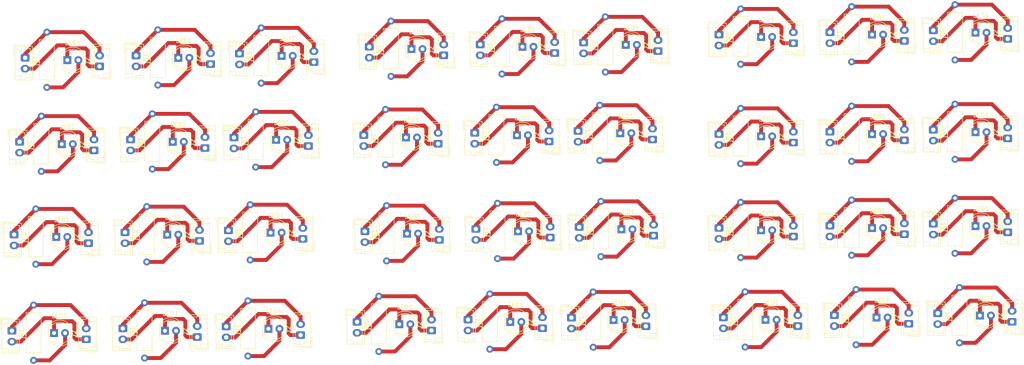
<source format=kicad_pcb>
(kicad_pcb (version 20171130) (host pcbnew 5.1.4-e60b266~84~ubuntu18.04.1)
  (layers (0 F.Cu signal) (31 B.Cu signal) (34 B.Paste user hide) (35 F.Paste user hide) (36 B.SilkS user hide) (37 F.SilkS user hide) (38 B.Mask user hide) (39 F.Mask user hide) (44 Edge.Cuts user hide))
  (net 0 "")
  (net 1 "Net-(J1-Pad2)")
  (net 2 "Net-(J1-Pad1)")
  (net 3 "Net-(LED1-Pad2)")
  (module Resistor_THT:R_Axial_DIN0309_L9.0mm_D3.2mm_P12.70mm_Horizontal (layer F.Cu) (at 208.634 88.83 90)
    (fp_text reference R1 (at 6.35 -2.72 90) (layer F.SilkS))
    (fp_text value 1k)
    (pad 2 thru_hole oval (at 12.7 0 90) (size 1.6 1.6) (drill 0.8) (layers *.Cu *.Mask))
    (pad 1 thru_hole circle (at 0 0 90) (size 1.6 1.6) (drill 0.8) (layers *.Cu *.Mask))
  )
  (module Connector_JST:JST_EH_B2B-EH-A_1x02_P2.50mm_Vertical (layer F.Cu) (at 220.724 84 90)
    (fp_text reference J2 (at 1.25 -2.8 90) (layer F.SilkS))
    (fp_text value Output)
    (pad 2 thru_hole oval (at 2.5 0 90) (size 1.7 2) (drill 1) (layers *.Cu *.Mask))
    (pad 1 thru_hole roundrect (at 0 0 90) (size 1.7 2) (drill 1) (layers *.Cu *.Mask) (roundrect_rratio 0.147059))
  )
  (module Connector_JST:JST_EH_B2B-EH-A_1x02_P2.50mm_Vertical (layer F.Cu) (at 178.174 82.56 270)
    (fp_text reference J1 (at 1.25 -2.8 90) (layer F.SilkS))
    (fp_text value Input)
    (pad 1 thru_hole roundrect (at 0 0 270) (size 1.7 2) (drill 1) (layers *.Cu *.Mask) (roundrect_rratio 0.147059))
    (pad 2 thru_hole oval (at 2.5 0 270) (size 1.7 2) (drill 1) (layers *.Cu *.Mask))
  )
  (module Connector_JST:JST_EH_B2B-EH-A_1x02_P2.50mm_Vertical (layer F.Cu) (at 203.644 82.03 270)
    (fp_text reference J1 (at 1.25 -2.8 90) (layer F.SilkS))
    (fp_text value Input)
    (pad 2 thru_hole oval (at 2.5 0 270) (size 1.7 2) (drill 1) (layers *.Cu *.Mask))
    (pad 1 thru_hole roundrect (at 0 0 270) (size 1.7 2) (drill 1) (layers *.Cu *.Mask) (roundrect_rratio 0.147059))
  )
  (module Connector_JST:JST_EH_B2B-EH-A_1x02_P2.50mm_Vertical (layer F.Cu) (at 227.374 81.58 270)
    (fp_text reference J1 (at 1.25 -2.8 90) (layer F.SilkS))
    (fp_text value Input)
    (pad 2 thru_hole oval (at 2.5 0 270) (size 1.7 2) (drill 1) (layers *.Cu *.Mask))
    (pad 1 thru_hole roundrect (at 0 0 270) (size 1.7 2) (drill 1) (layers *.Cu *.Mask) (roundrect_rratio 0.147059))
  )
  (module Resistor_THT:R_Axial_DIN0309_L9.0mm_D3.2mm_P12.70mm_Horizontal (layer F.Cu) (at 232.364 88.38 90)
    (fp_text reference R1 (at 6.35 -2.72 90) (layer F.SilkS))
    (fp_text value 1k)
    (pad 2 thru_hole oval (at 12.7 0 90) (size 1.6 1.6) (drill 0.8) (layers *.Cu *.Mask))
    (pad 1 thru_hole circle (at 0 0 90) (size 1.6 1.6) (drill 0.8) (layers *.Cu *.Mask))
  )
  (module LED_THT:LED_D5.0mm_IRBlack (layer F.Cu) (at 237.054 82.11)
    (fp_text reference LED1 (at 1.27 -3.96) (layer F.SilkS))
    (fp_text value LED)
    (pad 2 thru_hole circle (at 2.54 0) (size 1.8 1.8) (drill 0.9) (layers *.Cu *.Mask))
    (pad 1 thru_hole rect (at 0 0) (size 1.8 1.8) (drill 0.9) (layers *.Cu *.Mask))
  )
  (module LED_THT:LED_D5.0mm_IRBlack (layer F.Cu) (at 213.324 82.56)
    (fp_text reference LED1 (at 1.27 -3.96) (layer F.SilkS))
    (fp_text value LED)
    (pad 2 thru_hole circle (at 2.54 0) (size 1.8 1.8) (drill 0.9) (layers *.Cu *.Mask))
    (pad 1 thru_hole rect (at 0 0) (size 1.8 1.8) (drill 0.9) (layers *.Cu *.Mask))
  )
  (module Resistor_THT:R_Axial_DIN0309_L9.0mm_D3.2mm_P12.70mm_Horizontal (layer F.Cu) (at 183.164 89.36 90)
    (fp_text reference R1 (at 6.35 -2.72 90) (layer F.SilkS))
    (fp_text value 1k)
    (pad 1 thru_hole circle (at 0 0 90) (size 1.6 1.6) (drill 0.8) (layers *.Cu *.Mask))
    (pad 2 thru_hole oval (at 12.7 0 90) (size 1.6 1.6) (drill 0.8) (layers *.Cu *.Mask))
  )
  (module Connector_JST:JST_EH_B2B-EH-A_1x02_P2.50mm_Vertical (layer F.Cu) (at 244.454 83.55 90)
    (fp_text reference J2 (at 1.25 -2.8 90) (layer F.SilkS))
    (fp_text value Output)
    (pad 2 thru_hole oval (at 2.5 0 90) (size 1.7 2) (drill 1) (layers *.Cu *.Mask))
    (pad 1 thru_hole roundrect (at 0 0 90) (size 1.7 2) (drill 1) (layers *.Cu *.Mask) (roundrect_rratio 0.147059))
  )
  (module Connector_JST:JST_EH_B2B-EH-A_1x02_P2.50mm_Vertical (layer F.Cu) (at 195.254 84.53 90)
    (fp_text reference J2 (at 1.25 -2.8 90) (layer F.SilkS))
    (fp_text value Output)
    (pad 1 thru_hole roundrect (at 0 0 90) (size 1.7 2) (drill 1) (layers *.Cu *.Mask) (roundrect_rratio 0.147059))
    (pad 2 thru_hole oval (at 2.5 0 90) (size 1.7 2) (drill 1) (layers *.Cu *.Mask))
  )
  (module LED_THT:LED_D5.0mm_IRBlack (layer F.Cu) (at 187.854 83.09)
    (fp_text reference LED1 (at 1.27 -3.96) (layer F.SilkS))
    (fp_text value LED)
    (pad 1 thru_hole rect (at 0 0) (size 1.8 1.8) (drill 0.9) (layers *.Cu *.Mask))
    (pad 2 thru_hole circle (at 2.54 0) (size 1.8 1.8) (drill 0.9) (layers *.Cu *.Mask))
  )
  (module Resistor_THT:R_Axial_DIN0309_L9.0mm_D3.2mm_P12.70mm_Horizontal (layer F.Cu) (at 207.618 68.256 90)
    (fp_text reference R1 (at 6.35 -2.72 90) (layer F.SilkS))
    (fp_text value 1k)
    (pad 2 thru_hole oval (at 12.7 0 90) (size 1.6 1.6) (drill 0.8) (layers *.Cu *.Mask))
    (pad 1 thru_hole circle (at 0 0 90) (size 1.6 1.6) (drill 0.8) (layers *.Cu *.Mask))
  )
  (module Connector_JST:JST_EH_B2B-EH-A_1x02_P2.50mm_Vertical (layer F.Cu) (at 219.708 63.426 90)
    (fp_text reference J2 (at 1.25 -2.8 90) (layer F.SilkS))
    (fp_text value Output)
    (pad 2 thru_hole oval (at 2.5 0 90) (size 1.7 2) (drill 1) (layers *.Cu *.Mask))
    (pad 1 thru_hole roundrect (at 0 0 90) (size 1.7 2) (drill 1) (layers *.Cu *.Mask) (roundrect_rratio 0.147059))
  )
  (module Connector_JST:JST_EH_B2B-EH-A_1x02_P2.50mm_Vertical (layer F.Cu) (at 177.158 61.986 270)
    (fp_text reference J1 (at 1.25 -2.8 90) (layer F.SilkS))
    (fp_text value Input)
    (pad 1 thru_hole roundrect (at 0 0 270) (size 1.7 2) (drill 1) (layers *.Cu *.Mask) (roundrect_rratio 0.147059))
    (pad 2 thru_hole oval (at 2.5 0 270) (size 1.7 2) (drill 1) (layers *.Cu *.Mask))
  )
  (module Connector_JST:JST_EH_B2B-EH-A_1x02_P2.50mm_Vertical (layer F.Cu) (at 202.628 61.456 270)
    (fp_text reference J1 (at 1.25 -2.8 90) (layer F.SilkS))
    (fp_text value Input)
    (pad 2 thru_hole oval (at 2.5 0 270) (size 1.7 2) (drill 1) (layers *.Cu *.Mask))
    (pad 1 thru_hole roundrect (at 0 0 270) (size 1.7 2) (drill 1) (layers *.Cu *.Mask) (roundrect_rratio 0.147059))
  )
  (module Connector_JST:JST_EH_B2B-EH-A_1x02_P2.50mm_Vertical (layer F.Cu) (at 226.358 61.006 270)
    (fp_text reference J1 (at 1.25 -2.8 90) (layer F.SilkS))
    (fp_text value Input)
    (pad 2 thru_hole oval (at 2.5 0 270) (size 1.7 2) (drill 1) (layers *.Cu *.Mask))
    (pad 1 thru_hole roundrect (at 0 0 270) (size 1.7 2) (drill 1) (layers *.Cu *.Mask) (roundrect_rratio 0.147059))
  )
  (module Resistor_THT:R_Axial_DIN0309_L9.0mm_D3.2mm_P12.70mm_Horizontal (layer F.Cu) (at 231.348 67.806 90)
    (fp_text reference R1 (at 6.35 -2.72 90) (layer F.SilkS))
    (fp_text value 1k)
    (pad 2 thru_hole oval (at 12.7 0 90) (size 1.6 1.6) (drill 0.8) (layers *.Cu *.Mask))
    (pad 1 thru_hole circle (at 0 0 90) (size 1.6 1.6) (drill 0.8) (layers *.Cu *.Mask))
  )
  (module LED_THT:LED_D5.0mm_IRBlack (layer F.Cu) (at 236.038 61.536)
    (fp_text reference LED1 (at 1.27 -3.96) (layer F.SilkS))
    (fp_text value LED)
    (pad 2 thru_hole circle (at 2.54 0) (size 1.8 1.8) (drill 0.9) (layers *.Cu *.Mask))
    (pad 1 thru_hole rect (at 0 0) (size 1.8 1.8) (drill 0.9) (layers *.Cu *.Mask))
  )
  (module LED_THT:LED_D5.0mm_IRBlack (layer F.Cu) (at 212.308 61.986)
    (fp_text reference LED1 (at 1.27 -3.96) (layer F.SilkS))
    (fp_text value LED)
    (pad 2 thru_hole circle (at 2.54 0) (size 1.8 1.8) (drill 0.9) (layers *.Cu *.Mask))
    (pad 1 thru_hole rect (at 0 0) (size 1.8 1.8) (drill 0.9) (layers *.Cu *.Mask))
  )
  (module Resistor_THT:R_Axial_DIN0309_L9.0mm_D3.2mm_P12.70mm_Horizontal (layer F.Cu) (at 182.148 68.786 90)
    (fp_text reference R1 (at 6.35 -2.72 90) (layer F.SilkS))
    (fp_text value 1k)
    (pad 1 thru_hole circle (at 0 0 90) (size 1.6 1.6) (drill 0.8) (layers *.Cu *.Mask))
    (pad 2 thru_hole oval (at 12.7 0 90) (size 1.6 1.6) (drill 0.8) (layers *.Cu *.Mask))
  )
  (module Connector_JST:JST_EH_B2B-EH-A_1x02_P2.50mm_Vertical (layer F.Cu) (at 243.438 62.976 90)
    (fp_text reference J2 (at 1.25 -2.8 90) (layer F.SilkS))
    (fp_text value Output)
    (pad 2 thru_hole oval (at 2.5 0 90) (size 1.7 2) (drill 1) (layers *.Cu *.Mask))
    (pad 1 thru_hole roundrect (at 0 0 90) (size 1.7 2) (drill 1) (layers *.Cu *.Mask) (roundrect_rratio 0.147059))
  )
  (module Connector_JST:JST_EH_B2B-EH-A_1x02_P2.50mm_Vertical (layer F.Cu) (at 194.238 63.956 90)
    (fp_text reference J2 (at 1.25 -2.8 90) (layer F.SilkS))
    (fp_text value Output)
    (pad 1 thru_hole roundrect (at 0 0 90) (size 1.7 2) (drill 1) (layers *.Cu *.Mask) (roundrect_rratio 0.147059))
    (pad 2 thru_hole oval (at 2.5 0 90) (size 1.7 2) (drill 1) (layers *.Cu *.Mask))
  )
  (module LED_THT:LED_D5.0mm_IRBlack (layer F.Cu) (at 186.838 62.516)
    (fp_text reference LED1 (at 1.27 -3.96) (layer F.SilkS))
    (fp_text value LED)
    (pad 1 thru_hole rect (at 0 0) (size 1.8 1.8) (drill 0.9) (layers *.Cu *.Mask))
    (pad 2 thru_hole circle (at 2.54 0) (size 1.8 1.8) (drill 0.9) (layers *.Cu *.Mask))
  )
  (module Resistor_THT:R_Axial_DIN0309_L9.0mm_D3.2mm_P12.70mm_Horizontal (layer F.Cu) (at 207.618 46.666 90)
    (fp_text reference R1 (at 6.35 -2.72 90) (layer F.SilkS))
    (fp_text value 1k)
    (pad 2 thru_hole oval (at 12.7 0 90) (size 1.6 1.6) (drill 0.8) (layers *.Cu *.Mask))
    (pad 1 thru_hole circle (at 0 0 90) (size 1.6 1.6) (drill 0.8) (layers *.Cu *.Mask))
  )
  (module Connector_JST:JST_EH_B2B-EH-A_1x02_P2.50mm_Vertical (layer F.Cu) (at 219.708 41.836 90)
    (fp_text reference J2 (at 1.25 -2.8 90) (layer F.SilkS))
    (fp_text value Output)
    (pad 2 thru_hole oval (at 2.5 0 90) (size 1.7 2) (drill 1) (layers *.Cu *.Mask))
    (pad 1 thru_hole roundrect (at 0 0 90) (size 1.7 2) (drill 1) (layers *.Cu *.Mask) (roundrect_rratio 0.147059))
  )
  (module Connector_JST:JST_EH_B2B-EH-A_1x02_P2.50mm_Vertical (layer F.Cu) (at 177.158 40.396 270)
    (fp_text reference J1 (at 1.25 -2.8 90) (layer F.SilkS))
    (fp_text value Input)
    (pad 1 thru_hole roundrect (at 0 0 270) (size 1.7 2) (drill 1) (layers *.Cu *.Mask) (roundrect_rratio 0.147059))
    (pad 2 thru_hole oval (at 2.5 0 270) (size 1.7 2) (drill 1) (layers *.Cu *.Mask))
  )
  (module Connector_JST:JST_EH_B2B-EH-A_1x02_P2.50mm_Vertical (layer F.Cu) (at 202.628 39.866 270)
    (fp_text reference J1 (at 1.25 -2.8 90) (layer F.SilkS))
    (fp_text value Input)
    (pad 2 thru_hole oval (at 2.5 0 270) (size 1.7 2) (drill 1) (layers *.Cu *.Mask))
    (pad 1 thru_hole roundrect (at 0 0 270) (size 1.7 2) (drill 1) (layers *.Cu *.Mask) (roundrect_rratio 0.147059))
  )
  (module Connector_JST:JST_EH_B2B-EH-A_1x02_P2.50mm_Vertical (layer F.Cu) (at 226.358 39.416 270)
    (fp_text reference J1 (at 1.25 -2.8 90) (layer F.SilkS))
    (fp_text value Input)
    (pad 2 thru_hole oval (at 2.5 0 270) (size 1.7 2) (drill 1) (layers *.Cu *.Mask))
    (pad 1 thru_hole roundrect (at 0 0 270) (size 1.7 2) (drill 1) (layers *.Cu *.Mask) (roundrect_rratio 0.147059))
  )
  (module Resistor_THT:R_Axial_DIN0309_L9.0mm_D3.2mm_P12.70mm_Horizontal (layer F.Cu) (at 231.348 46.216 90)
    (fp_text reference R1 (at 6.35 -2.72 90) (layer F.SilkS))
    (fp_text value 1k)
    (pad 2 thru_hole oval (at 12.7 0 90) (size 1.6 1.6) (drill 0.8) (layers *.Cu *.Mask))
    (pad 1 thru_hole circle (at 0 0 90) (size 1.6 1.6) (drill 0.8) (layers *.Cu *.Mask))
  )
  (module LED_THT:LED_D5.0mm_IRBlack (layer F.Cu) (at 236.038 39.946)
    (fp_text reference LED1 (at 1.27 -3.96) (layer F.SilkS))
    (fp_text value LED)
    (pad 2 thru_hole circle (at 2.54 0) (size 1.8 1.8) (drill 0.9) (layers *.Cu *.Mask))
    (pad 1 thru_hole rect (at 0 0) (size 1.8 1.8) (drill 0.9) (layers *.Cu *.Mask))
  )
  (module LED_THT:LED_D5.0mm_IRBlack (layer F.Cu) (at 212.308 40.396)
    (fp_text reference LED1 (at 1.27 -3.96) (layer F.SilkS))
    (fp_text value LED)
    (pad 2 thru_hole circle (at 2.54 0) (size 1.8 1.8) (drill 0.9) (layers *.Cu *.Mask))
    (pad 1 thru_hole rect (at 0 0) (size 1.8 1.8) (drill 0.9) (layers *.Cu *.Mask))
  )
  (module Resistor_THT:R_Axial_DIN0309_L9.0mm_D3.2mm_P12.70mm_Horizontal (layer F.Cu) (at 182.148 47.196 90)
    (fp_text reference R1 (at 6.35 -2.72 90) (layer F.SilkS))
    (fp_text value 1k)
    (pad 1 thru_hole circle (at 0 0 90) (size 1.6 1.6) (drill 0.8) (layers *.Cu *.Mask))
    (pad 2 thru_hole oval (at 12.7 0 90) (size 1.6 1.6) (drill 0.8) (layers *.Cu *.Mask))
  )
  (module Connector_JST:JST_EH_B2B-EH-A_1x02_P2.50mm_Vertical (layer F.Cu) (at 243.438 41.386 90)
    (fp_text reference J2 (at 1.25 -2.8 90) (layer F.SilkS))
    (fp_text value Output)
    (pad 2 thru_hole oval (at 2.5 0 90) (size 1.7 2) (drill 1) (layers *.Cu *.Mask))
    (pad 1 thru_hole roundrect (at 0 0 90) (size 1.7 2) (drill 1) (layers *.Cu *.Mask) (roundrect_rratio 0.147059))
  )
  (module Connector_JST:JST_EH_B2B-EH-A_1x02_P2.50mm_Vertical (layer F.Cu) (at 194.238 42.366 90)
    (fp_text reference J2 (at 1.25 -2.8 90) (layer F.SilkS))
    (fp_text value Output)
    (pad 1 thru_hole roundrect (at 0 0 90) (size 1.7 2) (drill 1) (layers *.Cu *.Mask) (roundrect_rratio 0.147059))
    (pad 2 thru_hole oval (at 2.5 0 90) (size 1.7 2) (drill 1) (layers *.Cu *.Mask))
  )
  (module LED_THT:LED_D5.0mm_IRBlack (layer F.Cu) (at 186.838 40.926)
    (fp_text reference LED1 (at 1.27 -3.96) (layer F.SilkS))
    (fp_text value LED)
    (pad 1 thru_hole rect (at 0 0) (size 1.8 1.8) (drill 0.9) (layers *.Cu *.Mask))
    (pad 2 thru_hole circle (at 2.54 0) (size 1.8 1.8) (drill 0.9) (layers *.Cu *.Mask))
  )
  (module Resistor_THT:R_Axial_DIN0309_L9.0mm_D3.2mm_P12.70mm_Horizontal (layer F.Cu) (at 207.618 23.806 90)
    (fp_text reference R1 (at 6.35 -2.72 90) (layer F.SilkS))
    (fp_text value 1k)
    (pad 2 thru_hole oval (at 12.7 0 90) (size 1.6 1.6) (drill 0.8) (layers *.Cu *.Mask))
    (pad 1 thru_hole circle (at 0 0 90) (size 1.6 1.6) (drill 0.8) (layers *.Cu *.Mask))
  )
  (module Connector_JST:JST_EH_B2B-EH-A_1x02_P2.50mm_Vertical (layer F.Cu) (at 219.708 18.976 90)
    (fp_text reference J2 (at 1.25 -2.8 90) (layer F.SilkS))
    (fp_text value Output)
    (pad 2 thru_hole oval (at 2.5 0 90) (size 1.7 2) (drill 1) (layers *.Cu *.Mask))
    (pad 1 thru_hole roundrect (at 0 0 90) (size 1.7 2) (drill 1) (layers *.Cu *.Mask) (roundrect_rratio 0.147059))
  )
  (module Connector_JST:JST_EH_B2B-EH-A_1x02_P2.50mm_Vertical (layer F.Cu) (at 177.158 17.536 270)
    (fp_text reference J1 (at 1.25 -2.8 90) (layer F.SilkS))
    (fp_text value Input)
    (pad 1 thru_hole roundrect (at 0 0 270) (size 1.7 2) (drill 1) (layers *.Cu *.Mask) (roundrect_rratio 0.147059))
    (pad 2 thru_hole oval (at 2.5 0 270) (size 1.7 2) (drill 1) (layers *.Cu *.Mask))
  )
  (module Connector_JST:JST_EH_B2B-EH-A_1x02_P2.50mm_Vertical (layer F.Cu) (at 202.628 17.006 270)
    (fp_text reference J1 (at 1.25 -2.8 90) (layer F.SilkS))
    (fp_text value Input)
    (pad 2 thru_hole oval (at 2.5 0 270) (size 1.7 2) (drill 1) (layers *.Cu *.Mask))
    (pad 1 thru_hole roundrect (at 0 0 270) (size 1.7 2) (drill 1) (layers *.Cu *.Mask) (roundrect_rratio 0.147059))
  )
  (module Connector_JST:JST_EH_B2B-EH-A_1x02_P2.50mm_Vertical (layer F.Cu) (at 226.358 16.556 270)
    (fp_text reference J1 (at 1.25 -2.8 90) (layer F.SilkS))
    (fp_text value Input)
    (pad 2 thru_hole oval (at 2.5 0 270) (size 1.7 2) (drill 1) (layers *.Cu *.Mask))
    (pad 1 thru_hole roundrect (at 0 0 270) (size 1.7 2) (drill 1) (layers *.Cu *.Mask) (roundrect_rratio 0.147059))
  )
  (module Resistor_THT:R_Axial_DIN0309_L9.0mm_D3.2mm_P12.70mm_Horizontal (layer F.Cu) (at 231.348 23.356 90)
    (fp_text reference R1 (at 6.35 -2.72 90) (layer F.SilkS))
    (fp_text value 1k)
    (pad 2 thru_hole oval (at 12.7 0 90) (size 1.6 1.6) (drill 0.8) (layers *.Cu *.Mask))
    (pad 1 thru_hole circle (at 0 0 90) (size 1.6 1.6) (drill 0.8) (layers *.Cu *.Mask))
  )
  (module LED_THT:LED_D5.0mm_IRBlack (layer F.Cu) (at 236.038 17.086)
    (fp_text reference LED1 (at 1.27 -3.96) (layer F.SilkS))
    (fp_text value LED)
    (pad 2 thru_hole circle (at 2.54 0) (size 1.8 1.8) (drill 0.9) (layers *.Cu *.Mask))
    (pad 1 thru_hole rect (at 0 0) (size 1.8 1.8) (drill 0.9) (layers *.Cu *.Mask))
  )
  (module LED_THT:LED_D5.0mm_IRBlack (layer F.Cu) (at 212.308 17.536)
    (fp_text reference LED1 (at 1.27 -3.96) (layer F.SilkS))
    (fp_text value LED)
    (pad 2 thru_hole circle (at 2.54 0) (size 1.8 1.8) (drill 0.9) (layers *.Cu *.Mask))
    (pad 1 thru_hole rect (at 0 0) (size 1.8 1.8) (drill 0.9) (layers *.Cu *.Mask))
  )
  (module Resistor_THT:R_Axial_DIN0309_L9.0mm_D3.2mm_P12.70mm_Horizontal (layer F.Cu) (at 182.148 24.336 90)
    (fp_text reference R1 (at 6.35 -2.72 90) (layer F.SilkS))
    (fp_text value 1k)
    (pad 1 thru_hole circle (at 0 0 90) (size 1.6 1.6) (drill 0.8) (layers *.Cu *.Mask))
    (pad 2 thru_hole oval (at 12.7 0 90) (size 1.6 1.6) (drill 0.8) (layers *.Cu *.Mask))
  )
  (module Connector_JST:JST_EH_B2B-EH-A_1x02_P2.50mm_Vertical (layer F.Cu) (at 243.438 18.526 90)
    (fp_text reference J2 (at 1.25 -2.8 90) (layer F.SilkS))
    (fp_text value Output)
    (pad 2 thru_hole oval (at 2.5 0 90) (size 1.7 2) (drill 1) (layers *.Cu *.Mask))
    (pad 1 thru_hole roundrect (at 0 0 90) (size 1.7 2) (drill 1) (layers *.Cu *.Mask) (roundrect_rratio 0.147059))
  )
  (module Connector_JST:JST_EH_B2B-EH-A_1x02_P2.50mm_Vertical (layer F.Cu) (at 194.238 19.506 90)
    (fp_text reference J2 (at 1.25 -2.8 90) (layer F.SilkS))
    (fp_text value Output)
    (pad 1 thru_hole roundrect (at 0 0 90) (size 1.7 2) (drill 1) (layers *.Cu *.Mask) (roundrect_rratio 0.147059))
    (pad 2 thru_hole oval (at 2.5 0 90) (size 1.7 2) (drill 1) (layers *.Cu *.Mask))
  )
  (module LED_THT:LED_D5.0mm_IRBlack (layer F.Cu) (at 186.838 18.066)
    (fp_text reference LED1 (at 1.27 -3.96) (layer F.SilkS))
    (fp_text value LED)
    (pad 1 thru_hole rect (at 0 0) (size 1.8 1.8) (drill 0.9) (layers *.Cu *.Mask))
    (pad 2 thru_hole circle (at 2.54 0) (size 1.8 1.8) (drill 0.9) (layers *.Cu *.Mask))
  )
  (module Resistor_THT:R_Axial_DIN0309_L9.0mm_D3.2mm_P12.70mm_Horizontal (layer F.Cu) (at 124.56 89.846 90)
    (fp_text reference R1 (at 6.35 -2.72 90) (layer F.SilkS))
    (fp_text value 1k)
    (pad 2 thru_hole oval (at 12.7 0 90) (size 1.6 1.6) (drill 0.8) (layers *.Cu *.Mask))
    (pad 1 thru_hole circle (at 0 0 90) (size 1.6 1.6) (drill 0.8) (layers *.Cu *.Mask))
  )
  (module Connector_JST:JST_EH_B2B-EH-A_1x02_P2.50mm_Vertical (layer F.Cu) (at 136.65 85.016 90)
    (fp_text reference J2 (at 1.25 -2.8 90) (layer F.SilkS))
    (fp_text value Output)
    (pad 2 thru_hole oval (at 2.5 0 90) (size 1.7 2) (drill 1) (layers *.Cu *.Mask))
    (pad 1 thru_hole roundrect (at 0 0 90) (size 1.7 2) (drill 1) (layers *.Cu *.Mask) (roundrect_rratio 0.147059))
  )
  (module Connector_JST:JST_EH_B2B-EH-A_1x02_P2.50mm_Vertical (layer F.Cu) (at 94.1 83.576 270)
    (fp_text reference J1 (at 1.25 -2.8 90) (layer F.SilkS))
    (fp_text value Input)
    (pad 1 thru_hole roundrect (at 0 0 270) (size 1.7 2) (drill 1) (layers *.Cu *.Mask) (roundrect_rratio 0.147059))
    (pad 2 thru_hole oval (at 2.5 0 270) (size 1.7 2) (drill 1) (layers *.Cu *.Mask))
  )
  (module Connector_JST:JST_EH_B2B-EH-A_1x02_P2.50mm_Vertical (layer F.Cu) (at 119.57 83.046 270)
    (fp_text reference J1 (at 1.25 -2.8 90) (layer F.SilkS))
    (fp_text value Input)
    (pad 2 thru_hole oval (at 2.5 0 270) (size 1.7 2) (drill 1) (layers *.Cu *.Mask))
    (pad 1 thru_hole roundrect (at 0 0 270) (size 1.7 2) (drill 1) (layers *.Cu *.Mask) (roundrect_rratio 0.147059))
  )
  (module Connector_JST:JST_EH_B2B-EH-A_1x02_P2.50mm_Vertical (layer F.Cu) (at 143.3 82.596 270)
    (fp_text reference J1 (at 1.25 -2.8 90) (layer F.SilkS))
    (fp_text value Input)
    (pad 2 thru_hole oval (at 2.5 0 270) (size 1.7 2) (drill 1) (layers *.Cu *.Mask))
    (pad 1 thru_hole roundrect (at 0 0 270) (size 1.7 2) (drill 1) (layers *.Cu *.Mask) (roundrect_rratio 0.147059))
  )
  (module Resistor_THT:R_Axial_DIN0309_L9.0mm_D3.2mm_P12.70mm_Horizontal (layer F.Cu) (at 148.29 89.396 90)
    (fp_text reference R1 (at 6.35 -2.72 90) (layer F.SilkS))
    (fp_text value 1k)
    (pad 2 thru_hole oval (at 12.7 0 90) (size 1.6 1.6) (drill 0.8) (layers *.Cu *.Mask))
    (pad 1 thru_hole circle (at 0 0 90) (size 1.6 1.6) (drill 0.8) (layers *.Cu *.Mask))
  )
  (module LED_THT:LED_D5.0mm_IRBlack (layer F.Cu) (at 152.98 83.126)
    (fp_text reference LED1 (at 1.27 -3.96) (layer F.SilkS))
    (fp_text value LED)
    (pad 2 thru_hole circle (at 2.54 0) (size 1.8 1.8) (drill 0.9) (layers *.Cu *.Mask))
    (pad 1 thru_hole rect (at 0 0) (size 1.8 1.8) (drill 0.9) (layers *.Cu *.Mask))
  )
  (module LED_THT:LED_D5.0mm_IRBlack (layer F.Cu) (at 129.25 83.576)
    (fp_text reference LED1 (at 1.27 -3.96) (layer F.SilkS))
    (fp_text value LED)
    (pad 2 thru_hole circle (at 2.54 0) (size 1.8 1.8) (drill 0.9) (layers *.Cu *.Mask))
    (pad 1 thru_hole rect (at 0 0) (size 1.8 1.8) (drill 0.9) (layers *.Cu *.Mask))
  )
  (module Resistor_THT:R_Axial_DIN0309_L9.0mm_D3.2mm_P12.70mm_Horizontal (layer F.Cu) (at 99.09 90.376 90)
    (fp_text reference R1 (at 6.35 -2.72 90) (layer F.SilkS))
    (fp_text value 1k)
    (pad 1 thru_hole circle (at 0 0 90) (size 1.6 1.6) (drill 0.8) (layers *.Cu *.Mask))
    (pad 2 thru_hole oval (at 12.7 0 90) (size 1.6 1.6) (drill 0.8) (layers *.Cu *.Mask))
  )
  (module Connector_JST:JST_EH_B2B-EH-A_1x02_P2.50mm_Vertical (layer F.Cu) (at 160.38 84.566 90)
    (fp_text reference J2 (at 1.25 -2.8 90) (layer F.SilkS))
    (fp_text value Output)
    (pad 2 thru_hole oval (at 2.5 0 90) (size 1.7 2) (drill 1) (layers *.Cu *.Mask))
    (pad 1 thru_hole roundrect (at 0 0 90) (size 1.7 2) (drill 1) (layers *.Cu *.Mask) (roundrect_rratio 0.147059))
  )
  (module Connector_JST:JST_EH_B2B-EH-A_1x02_P2.50mm_Vertical (layer F.Cu) (at 111.18 85.546 90)
    (fp_text reference J2 (at 1.25 -2.8 90) (layer F.SilkS))
    (fp_text value Output)
    (pad 1 thru_hole roundrect (at 0 0 90) (size 1.7 2) (drill 1) (layers *.Cu *.Mask) (roundrect_rratio 0.147059))
    (pad 2 thru_hole oval (at 2.5 0 90) (size 1.7 2) (drill 1) (layers *.Cu *.Mask))
  )
  (module LED_THT:LED_D5.0mm_IRBlack (layer F.Cu) (at 103.78 84.106)
    (fp_text reference LED1 (at 1.27 -3.96) (layer F.SilkS))
    (fp_text value LED)
    (pad 1 thru_hole rect (at 0 0) (size 1.8 1.8) (drill 0.9) (layers *.Cu *.Mask))
    (pad 2 thru_hole circle (at 2.54 0) (size 1.8 1.8) (drill 0.9) (layers *.Cu *.Mask))
  )
  (module Resistor_THT:R_Axial_DIN0309_L9.0mm_D3.2mm_P12.70mm_Horizontal (layer F.Cu) (at 126.338 69.018 90)
    (fp_text reference R1 (at 6.35 -2.72 90) (layer F.SilkS))
    (fp_text value 1k)
    (pad 2 thru_hole oval (at 12.7 0 90) (size 1.6 1.6) (drill 0.8) (layers *.Cu *.Mask))
    (pad 1 thru_hole circle (at 0 0 90) (size 1.6 1.6) (drill 0.8) (layers *.Cu *.Mask))
  )
  (module Connector_JST:JST_EH_B2B-EH-A_1x02_P2.50mm_Vertical (layer F.Cu) (at 138.428 64.188 90)
    (fp_text reference J2 (at 1.25 -2.8 90) (layer F.SilkS))
    (fp_text value Output)
    (pad 2 thru_hole oval (at 2.5 0 90) (size 1.7 2) (drill 1) (layers *.Cu *.Mask))
    (pad 1 thru_hole roundrect (at 0 0 90) (size 1.7 2) (drill 1) (layers *.Cu *.Mask) (roundrect_rratio 0.147059))
  )
  (module Connector_JST:JST_EH_B2B-EH-A_1x02_P2.50mm_Vertical (layer F.Cu) (at 95.878 62.748 270)
    (fp_text reference J1 (at 1.25 -2.8 90) (layer F.SilkS))
    (fp_text value Input)
    (pad 1 thru_hole roundrect (at 0 0 270) (size 1.7 2) (drill 1) (layers *.Cu *.Mask) (roundrect_rratio 0.147059))
    (pad 2 thru_hole oval (at 2.5 0 270) (size 1.7 2) (drill 1) (layers *.Cu *.Mask))
  )
  (module Connector_JST:JST_EH_B2B-EH-A_1x02_P2.50mm_Vertical (layer F.Cu) (at 121.348 62.218 270)
    (fp_text reference J1 (at 1.25 -2.8 90) (layer F.SilkS))
    (fp_text value Input)
    (pad 2 thru_hole oval (at 2.5 0 270) (size 1.7 2) (drill 1) (layers *.Cu *.Mask))
    (pad 1 thru_hole roundrect (at 0 0 270) (size 1.7 2) (drill 1) (layers *.Cu *.Mask) (roundrect_rratio 0.147059))
  )
  (module Connector_JST:JST_EH_B2B-EH-A_1x02_P2.50mm_Vertical (layer F.Cu) (at 145.078 61.768 270)
    (fp_text reference J1 (at 1.25 -2.8 90) (layer F.SilkS))
    (fp_text value Input)
    (pad 2 thru_hole oval (at 2.5 0 270) (size 1.7 2) (drill 1) (layers *.Cu *.Mask))
    (pad 1 thru_hole roundrect (at 0 0 270) (size 1.7 2) (drill 1) (layers *.Cu *.Mask) (roundrect_rratio 0.147059))
  )
  (module Resistor_THT:R_Axial_DIN0309_L9.0mm_D3.2mm_P12.70mm_Horizontal (layer F.Cu) (at 150.068 68.568 90)
    (fp_text reference R1 (at 6.35 -2.72 90) (layer F.SilkS))
    (fp_text value 1k)
    (pad 2 thru_hole oval (at 12.7 0 90) (size 1.6 1.6) (drill 0.8) (layers *.Cu *.Mask))
    (pad 1 thru_hole circle (at 0 0 90) (size 1.6 1.6) (drill 0.8) (layers *.Cu *.Mask))
  )
  (module LED_THT:LED_D5.0mm_IRBlack (layer F.Cu) (at 154.758 62.298)
    (fp_text reference LED1 (at 1.27 -3.96) (layer F.SilkS))
    (fp_text value LED)
    (pad 2 thru_hole circle (at 2.54 0) (size 1.8 1.8) (drill 0.9) (layers *.Cu *.Mask))
    (pad 1 thru_hole rect (at 0 0) (size 1.8 1.8) (drill 0.9) (layers *.Cu *.Mask))
  )
  (module LED_THT:LED_D5.0mm_IRBlack (layer F.Cu) (at 131.028 62.748)
    (fp_text reference LED1 (at 1.27 -3.96) (layer F.SilkS))
    (fp_text value LED)
    (pad 2 thru_hole circle (at 2.54 0) (size 1.8 1.8) (drill 0.9) (layers *.Cu *.Mask))
    (pad 1 thru_hole rect (at 0 0) (size 1.8 1.8) (drill 0.9) (layers *.Cu *.Mask))
  )
  (module Resistor_THT:R_Axial_DIN0309_L9.0mm_D3.2mm_P12.70mm_Horizontal (layer F.Cu) (at 100.868 69.548 90)
    (fp_text reference R1 (at 6.35 -2.72 90) (layer F.SilkS))
    (fp_text value 1k)
    (pad 1 thru_hole circle (at 0 0 90) (size 1.6 1.6) (drill 0.8) (layers *.Cu *.Mask))
    (pad 2 thru_hole oval (at 12.7 0 90) (size 1.6 1.6) (drill 0.8) (layers *.Cu *.Mask))
  )
  (module Connector_JST:JST_EH_B2B-EH-A_1x02_P2.50mm_Vertical (layer F.Cu) (at 162.158 63.738 90)
    (fp_text reference J2 (at 1.25 -2.8 90) (layer F.SilkS))
    (fp_text value Output)
    (pad 2 thru_hole oval (at 2.5 0 90) (size 1.7 2) (drill 1) (layers *.Cu *.Mask))
    (pad 1 thru_hole roundrect (at 0 0 90) (size 1.7 2) (drill 1) (layers *.Cu *.Mask) (roundrect_rratio 0.147059))
  )
  (module Connector_JST:JST_EH_B2B-EH-A_1x02_P2.50mm_Vertical (layer F.Cu) (at 112.958 64.718 90)
    (fp_text reference J2 (at 1.25 -2.8 90) (layer F.SilkS))
    (fp_text value Output)
    (pad 1 thru_hole roundrect (at 0 0 90) (size 1.7 2) (drill 1) (layers *.Cu *.Mask) (roundrect_rratio 0.147059))
    (pad 2 thru_hole oval (at 2.5 0 90) (size 1.7 2) (drill 1) (layers *.Cu *.Mask))
  )
  (module LED_THT:LED_D5.0mm_IRBlack (layer F.Cu) (at 105.558 63.278)
    (fp_text reference LED1 (at 1.27 -3.96) (layer F.SilkS))
    (fp_text value LED)
    (pad 1 thru_hole rect (at 0 0) (size 1.8 1.8) (drill 0.9) (layers *.Cu *.Mask))
    (pad 2 thru_hole circle (at 2.54 0) (size 1.8 1.8) (drill 0.9) (layers *.Cu *.Mask))
  )
  (module Resistor_THT:R_Axial_DIN0309_L9.0mm_D3.2mm_P12.70mm_Horizontal (layer F.Cu) (at 126.084 46.92 90)
    (fp_text reference R1 (at 6.35 -2.72 90) (layer F.SilkS))
    (fp_text value 1k)
    (pad 2 thru_hole oval (at 12.7 0 90) (size 1.6 1.6) (drill 0.8) (layers *.Cu *.Mask))
    (pad 1 thru_hole circle (at 0 0 90) (size 1.6 1.6) (drill 0.8) (layers *.Cu *.Mask))
  )
  (module Connector_JST:JST_EH_B2B-EH-A_1x02_P2.50mm_Vertical (layer F.Cu) (at 138.174 42.09 90)
    (fp_text reference J2 (at 1.25 -2.8 90) (layer F.SilkS))
    (fp_text value Output)
    (pad 2 thru_hole oval (at 2.5 0 90) (size 1.7 2) (drill 1) (layers *.Cu *.Mask))
    (pad 1 thru_hole roundrect (at 0 0 90) (size 1.7 2) (drill 1) (layers *.Cu *.Mask) (roundrect_rratio 0.147059))
  )
  (module Connector_JST:JST_EH_B2B-EH-A_1x02_P2.50mm_Vertical (layer F.Cu) (at 95.624 40.65 270)
    (fp_text reference J1 (at 1.25 -2.8 90) (layer F.SilkS))
    (fp_text value Input)
    (pad 1 thru_hole roundrect (at 0 0 270) (size 1.7 2) (drill 1) (layers *.Cu *.Mask) (roundrect_rratio 0.147059))
    (pad 2 thru_hole oval (at 2.5 0 270) (size 1.7 2) (drill 1) (layers *.Cu *.Mask))
  )
  (module Connector_JST:JST_EH_B2B-EH-A_1x02_P2.50mm_Vertical (layer F.Cu) (at 121.094 40.12 270)
    (fp_text reference J1 (at 1.25 -2.8 90) (layer F.SilkS))
    (fp_text value Input)
    (pad 2 thru_hole oval (at 2.5 0 270) (size 1.7 2) (drill 1) (layers *.Cu *.Mask))
    (pad 1 thru_hole roundrect (at 0 0 270) (size 1.7 2) (drill 1) (layers *.Cu *.Mask) (roundrect_rratio 0.147059))
  )
  (module Connector_JST:JST_EH_B2B-EH-A_1x02_P2.50mm_Vertical (layer F.Cu) (at 144.824 39.67 270)
    (fp_text reference J1 (at 1.25 -2.8 90) (layer F.SilkS))
    (fp_text value Input)
    (pad 2 thru_hole oval (at 2.5 0 270) (size 1.7 2) (drill 1) (layers *.Cu *.Mask))
    (pad 1 thru_hole roundrect (at 0 0 270) (size 1.7 2) (drill 1) (layers *.Cu *.Mask) (roundrect_rratio 0.147059))
  )
  (module Resistor_THT:R_Axial_DIN0309_L9.0mm_D3.2mm_P12.70mm_Horizontal (layer F.Cu) (at 149.814 46.47 90)
    (fp_text reference R1 (at 6.35 -2.72 90) (layer F.SilkS))
    (fp_text value 1k)
    (pad 2 thru_hole oval (at 12.7 0 90) (size 1.6 1.6) (drill 0.8) (layers *.Cu *.Mask))
    (pad 1 thru_hole circle (at 0 0 90) (size 1.6 1.6) (drill 0.8) (layers *.Cu *.Mask))
  )
  (module LED_THT:LED_D5.0mm_IRBlack (layer F.Cu) (at 154.504 40.2)
    (fp_text reference LED1 (at 1.27 -3.96) (layer F.SilkS))
    (fp_text value LED)
    (pad 2 thru_hole circle (at 2.54 0) (size 1.8 1.8) (drill 0.9) (layers *.Cu *.Mask))
    (pad 1 thru_hole rect (at 0 0) (size 1.8 1.8) (drill 0.9) (layers *.Cu *.Mask))
  )
  (module LED_THT:LED_D5.0mm_IRBlack (layer F.Cu) (at 130.774 40.65)
    (fp_text reference LED1 (at 1.27 -3.96) (layer F.SilkS))
    (fp_text value LED)
    (pad 2 thru_hole circle (at 2.54 0) (size 1.8 1.8) (drill 0.9) (layers *.Cu *.Mask))
    (pad 1 thru_hole rect (at 0 0) (size 1.8 1.8) (drill 0.9) (layers *.Cu *.Mask))
  )
  (module Resistor_THT:R_Axial_DIN0309_L9.0mm_D3.2mm_P12.70mm_Horizontal (layer F.Cu) (at 100.614 47.45 90)
    (fp_text reference R1 (at 6.35 -2.72 90) (layer F.SilkS))
    (fp_text value 1k)
    (pad 1 thru_hole circle (at 0 0 90) (size 1.6 1.6) (drill 0.8) (layers *.Cu *.Mask))
    (pad 2 thru_hole oval (at 12.7 0 90) (size 1.6 1.6) (drill 0.8) (layers *.Cu *.Mask))
  )
  (module Connector_JST:JST_EH_B2B-EH-A_1x02_P2.50mm_Vertical (layer F.Cu) (at 161.904 41.64 90)
    (fp_text reference J2 (at 1.25 -2.8 90) (layer F.SilkS))
    (fp_text value Output)
    (pad 2 thru_hole oval (at 2.5 0 90) (size 1.7 2) (drill 1) (layers *.Cu *.Mask))
    (pad 1 thru_hole roundrect (at 0 0 90) (size 1.7 2) (drill 1) (layers *.Cu *.Mask) (roundrect_rratio 0.147059))
  )
  (module Connector_JST:JST_EH_B2B-EH-A_1x02_P2.50mm_Vertical (layer F.Cu) (at 112.704 42.62 90)
    (fp_text reference J2 (at 1.25 -2.8 90) (layer F.SilkS))
    (fp_text value Output)
    (pad 1 thru_hole roundrect (at 0 0 90) (size 1.7 2) (drill 1) (layers *.Cu *.Mask) (roundrect_rratio 0.147059))
    (pad 2 thru_hole oval (at 2.5 0 90) (size 1.7 2) (drill 1) (layers *.Cu *.Mask))
  )
  (module LED_THT:LED_D5.0mm_IRBlack (layer F.Cu) (at 105.304 41.18)
    (fp_text reference LED1 (at 1.27 -3.96) (layer F.SilkS))
    (fp_text value LED)
    (pad 1 thru_hole rect (at 0 0) (size 1.8 1.8) (drill 0.9) (layers *.Cu *.Mask))
    (pad 2 thru_hole circle (at 2.54 0) (size 1.8 1.8) (drill 0.9) (layers *.Cu *.Mask))
  )
  (module Resistor_THT:R_Axial_DIN0309_L9.0mm_D3.2mm_P12.70mm_Horizontal (layer F.Cu) (at 127.354 26.6 90)
    (fp_text reference R1 (at 6.35 -2.72 90) (layer F.SilkS))
    (fp_text value 1k)
    (pad 2 thru_hole oval (at 12.7 0 90) (size 1.6 1.6) (drill 0.8) (layers *.Cu *.Mask))
    (pad 1 thru_hole circle (at 0 0 90) (size 1.6 1.6) (drill 0.8) (layers *.Cu *.Mask))
  )
  (module Connector_JST:JST_EH_B2B-EH-A_1x02_P2.50mm_Vertical (layer F.Cu) (at 139.444 21.77 90)
    (fp_text reference J2 (at 1.25 -2.8 90) (layer F.SilkS))
    (fp_text value Output)
    (pad 2 thru_hole oval (at 2.5 0 90) (size 1.7 2) (drill 1) (layers *.Cu *.Mask))
    (pad 1 thru_hole roundrect (at 0 0 90) (size 1.7 2) (drill 1) (layers *.Cu *.Mask) (roundrect_rratio 0.147059))
  )
  (module Connector_JST:JST_EH_B2B-EH-A_1x02_P2.50mm_Vertical (layer F.Cu) (at 96.894 20.33 270)
    (fp_text reference J1 (at 1.25 -2.8 90) (layer F.SilkS))
    (fp_text value Input)
    (pad 1 thru_hole roundrect (at 0 0 270) (size 1.7 2) (drill 1) (layers *.Cu *.Mask) (roundrect_rratio 0.147059))
    (pad 2 thru_hole oval (at 2.5 0 270) (size 1.7 2) (drill 1) (layers *.Cu *.Mask))
  )
  (module Connector_JST:JST_EH_B2B-EH-A_1x02_P2.50mm_Vertical (layer F.Cu) (at 122.364 19.8 270)
    (fp_text reference J1 (at 1.25 -2.8 90) (layer F.SilkS))
    (fp_text value Input)
    (pad 2 thru_hole oval (at 2.5 0 270) (size 1.7 2) (drill 1) (layers *.Cu *.Mask))
    (pad 1 thru_hole roundrect (at 0 0 270) (size 1.7 2) (drill 1) (layers *.Cu *.Mask) (roundrect_rratio 0.147059))
  )
  (module Connector_JST:JST_EH_B2B-EH-A_1x02_P2.50mm_Vertical (layer F.Cu) (at 146.094 19.35 270)
    (fp_text reference J1 (at 1.25 -2.8 90) (layer F.SilkS))
    (fp_text value Input)
    (pad 2 thru_hole oval (at 2.5 0 270) (size 1.7 2) (drill 1) (layers *.Cu *.Mask))
    (pad 1 thru_hole roundrect (at 0 0 270) (size 1.7 2) (drill 1) (layers *.Cu *.Mask) (roundrect_rratio 0.147059))
  )
  (module Resistor_THT:R_Axial_DIN0309_L9.0mm_D3.2mm_P12.70mm_Horizontal (layer F.Cu) (at 151.084 26.15 90)
    (fp_text reference R1 (at 6.35 -2.72 90) (layer F.SilkS))
    (fp_text value 1k)
    (pad 2 thru_hole oval (at 12.7 0 90) (size 1.6 1.6) (drill 0.8) (layers *.Cu *.Mask))
    (pad 1 thru_hole circle (at 0 0 90) (size 1.6 1.6) (drill 0.8) (layers *.Cu *.Mask))
  )
  (module LED_THT:LED_D5.0mm_IRBlack (layer F.Cu) (at 155.774 19.88)
    (fp_text reference LED1 (at 1.27 -3.96) (layer F.SilkS))
    (fp_text value LED)
    (pad 2 thru_hole circle (at 2.54 0) (size 1.8 1.8) (drill 0.9) (layers *.Cu *.Mask))
    (pad 1 thru_hole rect (at 0 0) (size 1.8 1.8) (drill 0.9) (layers *.Cu *.Mask))
  )
  (module LED_THT:LED_D5.0mm_IRBlack (layer F.Cu) (at 132.044 20.33)
    (fp_text reference LED1 (at 1.27 -3.96) (layer F.SilkS))
    (fp_text value LED)
    (pad 2 thru_hole circle (at 2.54 0) (size 1.8 1.8) (drill 0.9) (layers *.Cu *.Mask))
    (pad 1 thru_hole rect (at 0 0) (size 1.8 1.8) (drill 0.9) (layers *.Cu *.Mask))
  )
  (module Resistor_THT:R_Axial_DIN0309_L9.0mm_D3.2mm_P12.70mm_Horizontal (layer F.Cu) (at 101.884 27.13 90)
    (fp_text reference R1 (at 6.35 -2.72 90) (layer F.SilkS))
    (fp_text value 1k)
    (pad 1 thru_hole circle (at 0 0 90) (size 1.6 1.6) (drill 0.8) (layers *.Cu *.Mask))
    (pad 2 thru_hole oval (at 12.7 0 90) (size 1.6 1.6) (drill 0.8) (layers *.Cu *.Mask))
  )
  (module Connector_JST:JST_EH_B2B-EH-A_1x02_P2.50mm_Vertical (layer F.Cu) (at 163.174 21.32 90)
    (fp_text reference J2 (at 1.25 -2.8 90) (layer F.SilkS))
    (fp_text value Output)
    (pad 2 thru_hole oval (at 2.5 0 90) (size 1.7 2) (drill 1) (layers *.Cu *.Mask))
    (pad 1 thru_hole roundrect (at 0 0 90) (size 1.7 2) (drill 1) (layers *.Cu *.Mask) (roundrect_rratio 0.147059))
  )
  (module Connector_JST:JST_EH_B2B-EH-A_1x02_P2.50mm_Vertical (layer F.Cu) (at 113.974 22.3 90)
    (fp_text reference J2 (at 1.25 -2.8 90) (layer F.SilkS))
    (fp_text value Output)
    (pad 1 thru_hole roundrect (at 0 0 90) (size 1.7 2) (drill 1) (layers *.Cu *.Mask) (roundrect_rratio 0.147059))
    (pad 2 thru_hole oval (at 2.5 0 90) (size 1.7 2) (drill 1) (layers *.Cu *.Mask))
  )
  (module LED_THT:LED_D5.0mm_IRBlack (layer F.Cu) (at 106.574 20.86)
    (fp_text reference LED1 (at 1.27 -3.96) (layer F.SilkS))
    (fp_text value LED)
    (pad 1 thru_hole rect (at 0 0) (size 1.8 1.8) (drill 0.9) (layers *.Cu *.Mask))
    (pad 2 thru_hole circle (at 2.54 0) (size 1.8 1.8) (drill 0.9) (layers *.Cu *.Mask))
  )
  (module Resistor_THT:R_Axial_DIN0309_L9.0mm_D3.2mm_P12.70mm_Horizontal (layer F.Cu) (at 45.312 91.878 90)
    (fp_text reference R1 (at 6.35 -2.72 90) (layer F.SilkS))
    (fp_text value 1k)
    (pad 2 thru_hole oval (at 12.7 0 90) (size 1.6 1.6) (drill 0.8) (layers *.Cu *.Mask))
    (pad 1 thru_hole circle (at 0 0 90) (size 1.6 1.6) (drill 0.8) (layers *.Cu *.Mask))
  )
  (module Connector_JST:JST_EH_B2B-EH-A_1x02_P2.50mm_Vertical (layer F.Cu) (at 57.402 87.048 90)
    (fp_text reference J2 (at 1.25 -2.8 90) (layer F.SilkS))
    (fp_text value Output)
    (pad 2 thru_hole oval (at 2.5 0 90) (size 1.7 2) (drill 1) (layers *.Cu *.Mask))
    (pad 1 thru_hole roundrect (at 0 0 90) (size 1.7 2) (drill 1) (layers *.Cu *.Mask) (roundrect_rratio 0.147059))
  )
  (module Connector_JST:JST_EH_B2B-EH-A_1x02_P2.50mm_Vertical (layer F.Cu) (at 14.852 85.608 270)
    (fp_text reference J1 (at 1.25 -2.8 90) (layer F.SilkS))
    (fp_text value Input)
    (pad 1 thru_hole roundrect (at 0 0 270) (size 1.7 2) (drill 1) (layers *.Cu *.Mask) (roundrect_rratio 0.147059))
    (pad 2 thru_hole oval (at 2.5 0 270) (size 1.7 2) (drill 1) (layers *.Cu *.Mask))
  )
  (module Connector_JST:JST_EH_B2B-EH-A_1x02_P2.50mm_Vertical (layer F.Cu) (at 40.322 85.078 270)
    (fp_text reference J1 (at 1.25 -2.8 90) (layer F.SilkS))
    (fp_text value Input)
    (pad 2 thru_hole oval (at 2.5 0 270) (size 1.7 2) (drill 1) (layers *.Cu *.Mask))
    (pad 1 thru_hole roundrect (at 0 0 270) (size 1.7 2) (drill 1) (layers *.Cu *.Mask) (roundrect_rratio 0.147059))
  )
  (module Connector_JST:JST_EH_B2B-EH-A_1x02_P2.50mm_Vertical (layer F.Cu) (at 64.052 84.628 270)
    (fp_text reference J1 (at 1.25 -2.8 90) (layer F.SilkS))
    (fp_text value Input)
    (pad 2 thru_hole oval (at 2.5 0 270) (size 1.7 2) (drill 1) (layers *.Cu *.Mask))
    (pad 1 thru_hole roundrect (at 0 0 270) (size 1.7 2) (drill 1) (layers *.Cu *.Mask) (roundrect_rratio 0.147059))
  )
  (module Resistor_THT:R_Axial_DIN0309_L9.0mm_D3.2mm_P12.70mm_Horizontal (layer F.Cu) (at 69.042 91.428 90)
    (fp_text reference R1 (at 6.35 -2.72 90) (layer F.SilkS))
    (fp_text value 1k)
    (pad 2 thru_hole oval (at 12.7 0 90) (size 1.6 1.6) (drill 0.8) (layers *.Cu *.Mask))
    (pad 1 thru_hole circle (at 0 0 90) (size 1.6 1.6) (drill 0.8) (layers *.Cu *.Mask))
  )
  (module LED_THT:LED_D5.0mm_IRBlack (layer F.Cu) (at 73.732 85.158)
    (fp_text reference LED1 (at 1.27 -3.96) (layer F.SilkS))
    (fp_text value LED)
    (pad 2 thru_hole circle (at 2.54 0) (size 1.8 1.8) (drill 0.9) (layers *.Cu *.Mask))
    (pad 1 thru_hole rect (at 0 0) (size 1.8 1.8) (drill 0.9) (layers *.Cu *.Mask))
  )
  (module LED_THT:LED_D5.0mm_IRBlack (layer F.Cu) (at 50.002 85.608)
    (fp_text reference LED1 (at 1.27 -3.96) (layer F.SilkS))
    (fp_text value LED)
    (pad 2 thru_hole circle (at 2.54 0) (size 1.8 1.8) (drill 0.9) (layers *.Cu *.Mask))
    (pad 1 thru_hole rect (at 0 0) (size 1.8 1.8) (drill 0.9) (layers *.Cu *.Mask))
  )
  (module Resistor_THT:R_Axial_DIN0309_L9.0mm_D3.2mm_P12.70mm_Horizontal (layer F.Cu) (at 19.842 92.408 90)
    (fp_text reference R1 (at 6.35 -2.72 90) (layer F.SilkS))
    (fp_text value 1k)
    (pad 1 thru_hole circle (at 0 0 90) (size 1.6 1.6) (drill 0.8) (layers *.Cu *.Mask))
    (pad 2 thru_hole oval (at 12.7 0 90) (size 1.6 1.6) (drill 0.8) (layers *.Cu *.Mask))
  )
  (module Connector_JST:JST_EH_B2B-EH-A_1x02_P2.50mm_Vertical (layer F.Cu) (at 81.132 86.598 90)
    (fp_text reference J2 (at 1.25 -2.8 90) (layer F.SilkS))
    (fp_text value Output)
    (pad 2 thru_hole oval (at 2.5 0 90) (size 1.7 2) (drill 1) (layers *.Cu *.Mask))
    (pad 1 thru_hole roundrect (at 0 0 90) (size 1.7 2) (drill 1) (layers *.Cu *.Mask) (roundrect_rratio 0.147059))
  )
  (module Connector_JST:JST_EH_B2B-EH-A_1x02_P2.50mm_Vertical (layer F.Cu) (at 31.932 87.578 90)
    (fp_text reference J2 (at 1.25 -2.8 90) (layer F.SilkS))
    (fp_text value Output)
    (pad 1 thru_hole roundrect (at 0 0 90) (size 1.7 2) (drill 1) (layers *.Cu *.Mask) (roundrect_rratio 0.147059))
    (pad 2 thru_hole oval (at 2.5 0 90) (size 1.7 2) (drill 1) (layers *.Cu *.Mask))
  )
  (module LED_THT:LED_D5.0mm_IRBlack (layer F.Cu) (at 24.532 86.138)
    (fp_text reference LED1 (at 1.27 -3.96) (layer F.SilkS))
    (fp_text value LED)
    (pad 1 thru_hole rect (at 0 0) (size 1.8 1.8) (drill 0.9) (layers *.Cu *.Mask))
    (pad 2 thru_hole circle (at 2.54 0) (size 1.8 1.8) (drill 0.9) (layers *.Cu *.Mask))
  )
  (module Resistor_THT:R_Axial_DIN0309_L9.0mm_D3.2mm_P12.70mm_Horizontal (layer F.Cu) (at 45.82 69.78 90)
    (fp_text reference R1 (at 6.35 -2.72 90) (layer F.SilkS))
    (fp_text value 1k)
    (pad 2 thru_hole oval (at 12.7 0 90) (size 1.6 1.6) (drill 0.8) (layers *.Cu *.Mask))
    (pad 1 thru_hole circle (at 0 0 90) (size 1.6 1.6) (drill 0.8) (layers *.Cu *.Mask))
  )
  (module Connector_JST:JST_EH_B2B-EH-A_1x02_P2.50mm_Vertical (layer F.Cu) (at 57.91 64.95 90)
    (fp_text reference J2 (at 1.25 -2.8 90) (layer F.SilkS))
    (fp_text value Output)
    (pad 2 thru_hole oval (at 2.5 0 90) (size 1.7 2) (drill 1) (layers *.Cu *.Mask))
    (pad 1 thru_hole roundrect (at 0 0 90) (size 1.7 2) (drill 1) (layers *.Cu *.Mask) (roundrect_rratio 0.147059))
  )
  (module Connector_JST:JST_EH_B2B-EH-A_1x02_P2.50mm_Vertical (layer F.Cu) (at 15.36 63.51 270)
    (fp_text reference J1 (at 1.25 -2.8 90) (layer F.SilkS))
    (fp_text value Input)
    (pad 1 thru_hole roundrect (at 0 0 270) (size 1.7 2) (drill 1) (layers *.Cu *.Mask) (roundrect_rratio 0.147059))
    (pad 2 thru_hole oval (at 2.5 0 270) (size 1.7 2) (drill 1) (layers *.Cu *.Mask))
  )
  (module Connector_JST:JST_EH_B2B-EH-A_1x02_P2.50mm_Vertical (layer F.Cu) (at 40.83 62.98 270)
    (fp_text reference J1 (at 1.25 -2.8 90) (layer F.SilkS))
    (fp_text value Input)
    (pad 2 thru_hole oval (at 2.5 0 270) (size 1.7 2) (drill 1) (layers *.Cu *.Mask))
    (pad 1 thru_hole roundrect (at 0 0 270) (size 1.7 2) (drill 1) (layers *.Cu *.Mask) (roundrect_rratio 0.147059))
  )
  (module Connector_JST:JST_EH_B2B-EH-A_1x02_P2.50mm_Vertical (layer F.Cu) (at 64.56 62.53 270)
    (fp_text reference J1 (at 1.25 -2.8 90) (layer F.SilkS))
    (fp_text value Input)
    (pad 2 thru_hole oval (at 2.5 0 270) (size 1.7 2) (drill 1) (layers *.Cu *.Mask))
    (pad 1 thru_hole roundrect (at 0 0 270) (size 1.7 2) (drill 1) (layers *.Cu *.Mask) (roundrect_rratio 0.147059))
  )
  (module Resistor_THT:R_Axial_DIN0309_L9.0mm_D3.2mm_P12.70mm_Horizontal (layer F.Cu) (at 69.55 69.33 90)
    (fp_text reference R1 (at 6.35 -2.72 90) (layer F.SilkS))
    (fp_text value 1k)
    (pad 2 thru_hole oval (at 12.7 0 90) (size 1.6 1.6) (drill 0.8) (layers *.Cu *.Mask))
    (pad 1 thru_hole circle (at 0 0 90) (size 1.6 1.6) (drill 0.8) (layers *.Cu *.Mask))
  )
  (module LED_THT:LED_D5.0mm_IRBlack (layer F.Cu) (at 74.24 63.06)
    (fp_text reference LED1 (at 1.27 -3.96) (layer F.SilkS))
    (fp_text value LED)
    (pad 2 thru_hole circle (at 2.54 0) (size 1.8 1.8) (drill 0.9) (layers *.Cu *.Mask))
    (pad 1 thru_hole rect (at 0 0) (size 1.8 1.8) (drill 0.9) (layers *.Cu *.Mask))
  )
  (module LED_THT:LED_D5.0mm_IRBlack (layer F.Cu) (at 50.51 63.51)
    (fp_text reference LED1 (at 1.27 -3.96) (layer F.SilkS))
    (fp_text value LED)
    (pad 2 thru_hole circle (at 2.54 0) (size 1.8 1.8) (drill 0.9) (layers *.Cu *.Mask))
    (pad 1 thru_hole rect (at 0 0) (size 1.8 1.8) (drill 0.9) (layers *.Cu *.Mask))
  )
  (module Resistor_THT:R_Axial_DIN0309_L9.0mm_D3.2mm_P12.70mm_Horizontal (layer F.Cu) (at 20.35 70.31 90)
    (fp_text reference R1 (at 6.35 -2.72 90) (layer F.SilkS))
    (fp_text value 1k)
    (pad 1 thru_hole circle (at 0 0 90) (size 1.6 1.6) (drill 0.8) (layers *.Cu *.Mask))
    (pad 2 thru_hole oval (at 12.7 0 90) (size 1.6 1.6) (drill 0.8) (layers *.Cu *.Mask))
  )
  (module Connector_JST:JST_EH_B2B-EH-A_1x02_P2.50mm_Vertical (layer F.Cu) (at 81.64 64.5 90)
    (fp_text reference J2 (at 1.25 -2.8 90) (layer F.SilkS))
    (fp_text value Output)
    (pad 2 thru_hole oval (at 2.5 0 90) (size 1.7 2) (drill 1) (layers *.Cu *.Mask))
    (pad 1 thru_hole roundrect (at 0 0 90) (size 1.7 2) (drill 1) (layers *.Cu *.Mask) (roundrect_rratio 0.147059))
  )
  (module Connector_JST:JST_EH_B2B-EH-A_1x02_P2.50mm_Vertical (layer F.Cu) (at 32.44 65.48 90)
    (fp_text reference J2 (at 1.25 -2.8 90) (layer F.SilkS))
    (fp_text value Output)
    (pad 1 thru_hole roundrect (at 0 0 90) (size 1.7 2) (drill 1) (layers *.Cu *.Mask) (roundrect_rratio 0.147059))
    (pad 2 thru_hole oval (at 2.5 0 90) (size 1.7 2) (drill 1) (layers *.Cu *.Mask))
  )
  (module LED_THT:LED_D5.0mm_IRBlack (layer F.Cu) (at 25.04 64.04)
    (fp_text reference LED1 (at 1.27 -3.96) (layer F.SilkS))
    (fp_text value LED)
    (pad 1 thru_hole rect (at 0 0) (size 1.8 1.8) (drill 0.9) (layers *.Cu *.Mask))
    (pad 2 thru_hole circle (at 2.54 0) (size 1.8 1.8) (drill 0.9) (layers *.Cu *.Mask))
  )
  (module Resistor_THT:R_Axial_DIN0309_L9.0mm_D3.2mm_P12.70mm_Horizontal (layer F.Cu) (at 47.09 48.444 90)
    (fp_text reference R1 (at 6.35 -2.72 90) (layer F.SilkS))
    (fp_text value 1k)
    (pad 2 thru_hole oval (at 12.7 0 90) (size 1.6 1.6) (drill 0.8) (layers *.Cu *.Mask))
    (pad 1 thru_hole circle (at 0 0 90) (size 1.6 1.6) (drill 0.8) (layers *.Cu *.Mask))
  )
  (module Connector_JST:JST_EH_B2B-EH-A_1x02_P2.50mm_Vertical (layer F.Cu) (at 59.18 43.614 90)
    (fp_text reference J2 (at 1.25 -2.8 90) (layer F.SilkS))
    (fp_text value Output)
    (pad 2 thru_hole oval (at 2.5 0 90) (size 1.7 2) (drill 1) (layers *.Cu *.Mask))
    (pad 1 thru_hole roundrect (at 0 0 90) (size 1.7 2) (drill 1) (layers *.Cu *.Mask) (roundrect_rratio 0.147059))
  )
  (module Connector_JST:JST_EH_B2B-EH-A_1x02_P2.50mm_Vertical (layer F.Cu) (at 16.63 42.174 270)
    (fp_text reference J1 (at 1.25 -2.8 90) (layer F.SilkS))
    (fp_text value Input)
    (pad 1 thru_hole roundrect (at 0 0 270) (size 1.7 2) (drill 1) (layers *.Cu *.Mask) (roundrect_rratio 0.147059))
    (pad 2 thru_hole oval (at 2.5 0 270) (size 1.7 2) (drill 1) (layers *.Cu *.Mask))
  )
  (module Connector_JST:JST_EH_B2B-EH-A_1x02_P2.50mm_Vertical (layer F.Cu) (at 42.1 41.644 270)
    (fp_text reference J1 (at 1.25 -2.8 90) (layer F.SilkS))
    (fp_text value Input)
    (pad 2 thru_hole oval (at 2.5 0 270) (size 1.7 2) (drill 1) (layers *.Cu *.Mask))
    (pad 1 thru_hole roundrect (at 0 0 270) (size 1.7 2) (drill 1) (layers *.Cu *.Mask) (roundrect_rratio 0.147059))
  )
  (module Connector_JST:JST_EH_B2B-EH-A_1x02_P2.50mm_Vertical (layer F.Cu) (at 65.83 41.194 270)
    (fp_text reference J1 (at 1.25 -2.8 90) (layer F.SilkS))
    (fp_text value Input)
    (pad 2 thru_hole oval (at 2.5 0 270) (size 1.7 2) (drill 1) (layers *.Cu *.Mask))
    (pad 1 thru_hole roundrect (at 0 0 270) (size 1.7 2) (drill 1) (layers *.Cu *.Mask) (roundrect_rratio 0.147059))
  )
  (module Resistor_THT:R_Axial_DIN0309_L9.0mm_D3.2mm_P12.70mm_Horizontal (layer F.Cu) (at 70.82 47.994 90)
    (fp_text reference R1 (at 6.35 -2.72 90) (layer F.SilkS))
    (fp_text value 1k)
    (pad 2 thru_hole oval (at 12.7 0 90) (size 1.6 1.6) (drill 0.8) (layers *.Cu *.Mask))
    (pad 1 thru_hole circle (at 0 0 90) (size 1.6 1.6) (drill 0.8) (layers *.Cu *.Mask))
  )
  (module LED_THT:LED_D5.0mm_IRBlack (layer F.Cu) (at 75.51 41.724)
    (fp_text reference LED1 (at 1.27 -3.96) (layer F.SilkS))
    (fp_text value LED)
    (pad 2 thru_hole circle (at 2.54 0) (size 1.8 1.8) (drill 0.9) (layers *.Cu *.Mask))
    (pad 1 thru_hole rect (at 0 0) (size 1.8 1.8) (drill 0.9) (layers *.Cu *.Mask))
  )
  (module LED_THT:LED_D5.0mm_IRBlack (layer F.Cu) (at 51.78 42.174)
    (fp_text reference LED1 (at 1.27 -3.96) (layer F.SilkS))
    (fp_text value LED)
    (pad 2 thru_hole circle (at 2.54 0) (size 1.8 1.8) (drill 0.9) (layers *.Cu *.Mask))
    (pad 1 thru_hole rect (at 0 0) (size 1.8 1.8) (drill 0.9) (layers *.Cu *.Mask))
  )
  (module Resistor_THT:R_Axial_DIN0309_L9.0mm_D3.2mm_P12.70mm_Horizontal (layer F.Cu) (at 21.62 48.974 90)
    (fp_text reference R1 (at 6.35 -2.72 90) (layer F.SilkS))
    (fp_text value 1k)
    (pad 1 thru_hole circle (at 0 0 90) (size 1.6 1.6) (drill 0.8) (layers *.Cu *.Mask))
    (pad 2 thru_hole oval (at 12.7 0 90) (size 1.6 1.6) (drill 0.8) (layers *.Cu *.Mask))
  )
  (module Connector_JST:JST_EH_B2B-EH-A_1x02_P2.50mm_Vertical (layer F.Cu) (at 82.91 43.164 90)
    (fp_text reference J2 (at 1.25 -2.8 90) (layer F.SilkS))
    (fp_text value Output)
    (pad 2 thru_hole oval (at 2.5 0 90) (size 1.7 2) (drill 1) (layers *.Cu *.Mask))
    (pad 1 thru_hole roundrect (at 0 0 90) (size 1.7 2) (drill 1) (layers *.Cu *.Mask) (roundrect_rratio 0.147059))
  )
  (module Connector_JST:JST_EH_B2B-EH-A_1x02_P2.50mm_Vertical (layer F.Cu) (at 33.71 44.144 90)
    (fp_text reference J2 (at 1.25 -2.8 90) (layer F.SilkS))
    (fp_text value Output)
    (pad 1 thru_hole roundrect (at 0 0 90) (size 1.7 2) (drill 1) (layers *.Cu *.Mask) (roundrect_rratio 0.147059))
    (pad 2 thru_hole oval (at 2.5 0 90) (size 1.7 2) (drill 1) (layers *.Cu *.Mask))
  )
  (module LED_THT:LED_D5.0mm_IRBlack (layer F.Cu) (at 26.31 42.704)
    (fp_text reference LED1 (at 1.27 -3.96) (layer F.SilkS))
    (fp_text value LED)
    (pad 1 thru_hole rect (at 0 0) (size 1.8 1.8) (drill 0.9) (layers *.Cu *.Mask))
    (pad 2 thru_hole circle (at 2.54 0) (size 1.8 1.8) (drill 0.9) (layers *.Cu *.Mask))
  )
  (module Connector_JST:JST_EH_B2B-EH-A_1x02_P2.50mm_Vertical (layer F.Cu) (at 84.18 23.86 90)
    (fp_text reference J2 (at 1.25 -2.8 90) (layer F.SilkS))
    (fp_text value Output)
    (pad 1 thru_hole roundrect (at 0 0 90) (size 1.7 2) (drill 1) (layers *.Cu *.Mask) (roundrect_rratio 0.147059))
    (pad 2 thru_hole oval (at 2.5 0 90) (size 1.7 2) (drill 1) (layers *.Cu *.Mask))
  )
  (module Resistor_THT:R_Axial_DIN0309_L9.0mm_D3.2mm_P12.70mm_Horizontal (layer F.Cu) (at 72.09 28.69 90)
    (fp_text reference R1 (at 6.35 -2.72 90) (layer F.SilkS))
    (fp_text value 1k)
    (pad 1 thru_hole circle (at 0 0 90) (size 1.6 1.6) (drill 0.8) (layers *.Cu *.Mask))
    (pad 2 thru_hole oval (at 12.7 0 90) (size 1.6 1.6) (drill 0.8) (layers *.Cu *.Mask))
  )
  (module Connector_JST:JST_EH_B2B-EH-A_1x02_P2.50mm_Vertical (layer F.Cu) (at 67.1 21.89 270)
    (fp_text reference J1 (at 1.25 -2.8 90) (layer F.SilkS))
    (fp_text value Input)
    (pad 1 thru_hole roundrect (at 0 0 270) (size 1.7 2) (drill 1) (layers *.Cu *.Mask) (roundrect_rratio 0.147059))
    (pad 2 thru_hole oval (at 2.5 0 270) (size 1.7 2) (drill 1) (layers *.Cu *.Mask))
  )
  (module LED_THT:LED_D5.0mm_IRBlack (layer F.Cu) (at 76.78 22.42)
    (fp_text reference LED1 (at 1.27 -3.96) (layer F.SilkS))
    (fp_text value LED)
    (pad 1 thru_hole rect (at 0 0) (size 1.8 1.8) (drill 0.9) (layers *.Cu *.Mask))
    (pad 2 thru_hole circle (at 2.54 0) (size 1.8 1.8) (drill 0.9) (layers *.Cu *.Mask))
  )
  (module Connector_JST:JST_EH_B2B-EH-A_1x02_P2.50mm_Vertical (layer F.Cu) (at 60.45 24.31 90)
    (fp_text reference J2 (at 1.25 -2.8 90) (layer F.SilkS))
    (fp_text value Output)
    (pad 1 thru_hole roundrect (at 0 0 90) (size 1.7 2) (drill 1) (layers *.Cu *.Mask) (roundrect_rratio 0.147059))
    (pad 2 thru_hole oval (at 2.5 0 90) (size 1.7 2) (drill 1) (layers *.Cu *.Mask))
  )
  (module Resistor_THT:R_Axial_DIN0309_L9.0mm_D3.2mm_P12.70mm_Horizontal (layer F.Cu) (at 48.36 29.14 90)
    (fp_text reference R1 (at 6.35 -2.72 90) (layer F.SilkS))
    (fp_text value 1k)
    (pad 1 thru_hole circle (at 0 0 90) (size 1.6 1.6) (drill 0.8) (layers *.Cu *.Mask))
    (pad 2 thru_hole oval (at 12.7 0 90) (size 1.6 1.6) (drill 0.8) (layers *.Cu *.Mask))
  )
  (module Connector_JST:JST_EH_B2B-EH-A_1x02_P2.50mm_Vertical (layer F.Cu) (at 43.37 22.34 270)
    (fp_text reference J1 (at 1.25 -2.8 90) (layer F.SilkS))
    (fp_text value Input)
    (pad 1 thru_hole roundrect (at 0 0 270) (size 1.7 2) (drill 1) (layers *.Cu *.Mask) (roundrect_rratio 0.147059))
    (pad 2 thru_hole oval (at 2.5 0 270) (size 1.7 2) (drill 1) (layers *.Cu *.Mask))
  )
  (module LED_THT:LED_D5.0mm_IRBlack (layer F.Cu) (at 53.05 22.87)
    (fp_text reference LED1 (at 1.27 -3.96) (layer F.SilkS))
    (fp_text value LED)
    (pad 1 thru_hole rect (at 0 0) (size 1.8 1.8) (drill 0.9) (layers *.Cu *.Mask))
    (pad 2 thru_hole circle (at 2.54 0) (size 1.8 1.8) (drill 0.9) (layers *.Cu *.Mask))
  )
  (module Resistor_THT:R_Axial_DIN0309_L9.0mm_D3.2mm_P12.70mm_Horizontal (layer F.Cu) (at 22.89 29.67 90)
    (fp_text reference R1 (at 6.35 -2.72 90) (layer F.SilkS))
    (fp_text value 1k)
    (pad 2 thru_hole oval (at 12.7 0 90) (size 1.6 1.6) (drill 0.8) (layers *.Cu *.Mask) (net 2 "Net-(J1-Pad1)"))
    (pad 1 thru_hole circle (at 0 0 90) (size 1.6 1.6) (drill 0.8) (layers *.Cu *.Mask) (net 3 "Net-(LED1-Pad2)"))
  )
  (module LED_THT:LED_D5.0mm_IRBlack (layer F.Cu) (at 27.58 23.4)
    (fp_text reference LED1 (at 1.27 -3.96) (layer F.SilkS))
    (fp_text value LED)
    (pad 2 thru_hole circle (at 2.54 0) (size 1.8 1.8) (drill 0.9) (layers *.Cu *.Mask) (net 3 "Net-(LED1-Pad2)"))
    (pad 1 thru_hole rect (at 0 0) (size 1.8 1.8) (drill 0.9) (layers *.Cu *.Mask) (net 1 "Net-(J1-Pad2)"))
  )
  (module Connector_JST:JST_EH_B2B-EH-A_1x02_P2.50mm_Vertical (layer F.Cu) (at 34.98 24.84 90)
    (fp_text reference J2 (at 1.25 -2.8 90) (layer F.SilkS))
    (fp_text value Output)
    (pad 2 thru_hole oval (at 2.5 0 90) (size 1.7 2) (drill 1) (layers *.Cu *.Mask) (net 2 "Net-(J1-Pad1)"))
    (pad 1 thru_hole roundrect (at 0 0 90) (size 1.7 2) (drill 1) (layers *.Cu *.Mask) (roundrect_rratio 0.147059) (net 1 "Net-(J1-Pad2)"))
  )
  (module Connector_JST:JST_EH_B2B-EH-A_1x02_P2.50mm_Vertical (layer F.Cu) (at 17.9 22.87 270)
    (fp_text reference J1 (at 1.25 -2.8 90) (layer F.SilkS))
    (fp_text value Input)
    (pad 2 thru_hole oval (at 2.5 0 270) (size 1.7 2) (drill 1) (layers *.Cu *.Mask) (net 1 "Net-(J1-Pad2)"))
    (pad 1 thru_hole roundrect (at 0 0 270) (size 1.7 2) (drill 1) (layers *.Cu *.Mask) (roundrect_rratio 0.147059) (net 2 "Net-(J1-Pad1)"))
  )
  (segment (start 60.45 24.31) (end 58.11 24.31) (width 0.9) (layer F.Cu) (net 0))
  (segment (start 50.78 19.47) (end 52.74 19.47) (width 0.9) (layer F.Cu) (net 0))
  (segment (start 57.73 20.68) (end 57.2 20.15) (width 0.9) (layer F.Cu) (net 0))
  (segment (start 57.2 20.15) (end 53.42 20.15) (width 0.9) (layer F.Cu) (net 0))
  (segment (start 53.42 20.15) (end 53.05 19.78) (width 0.9) (layer F.Cu) (net 0))
  (segment (start 43.37 24.84) (end 45.41 24.84) (width 0.9) (layer F.Cu) (net 0))
  (segment (start 53.05 19.78) (end 53.05 22.87) (width 0.9) (layer F.Cu) (net 0))
  (segment (start 52.74 19.47) (end 53.05 19.78) (width 0.9) (layer F.Cu) (net 0))
  (segment (start 58.11 24.31) (end 57.73 23.93) (width 0.9) (layer F.Cu) (net 0))
  (segment (start 45.41 24.84) (end 50.78 19.47) (width 0.9) (layer F.Cu) (net 0))
  (segment (start 57.73 23.93) (end 57.73 20.68) (width 0.9) (layer F.Cu) (net 0))
  (segment (start 60.45 20.06) (end 60.45 21.81) (width 0.9) (layer F.Cu) (net 0))
  (segment (start 56.83 16.44) (end 60.45 20.06) (width 0.9) (layer F.Cu) (net 0))
  (segment (start 43.37 21.43) (end 48.36 16.44) (width 0.9) (layer F.Cu) (net 0))
  (segment (start 48.36 16.44) (end 56.83 16.44) (width 0.9) (layer F.Cu) (net 0))
  (segment (start 43.37 22.34) (end 43.37 21.43) (width 0.9) (layer F.Cu) (net 0))
  (segment (start 55.59 25.61) (end 55.59 22.87) (width 0.9) (layer F.Cu) (net 0))
  (segment (start 52.06 29.14) (end 55.59 25.61) (width 0.9) (layer F.Cu) (net 0))
  (segment (start 48.36 29.14) (end 52.06 29.14) (width 0.9) (layer F.Cu) (net 0))
  (segment (start 84.18 23.86) (end 81.84 23.86) (width 0.9) (layer F.Cu) (net 0))
  (segment (start 74.51 19.02) (end 76.47 19.02) (width 0.9) (layer F.Cu) (net 0))
  (segment (start 81.46 20.23) (end 80.93 19.7) (width 0.9) (layer F.Cu) (net 0))
  (segment (start 80.93 19.7) (end 77.15 19.7) (width 0.9) (layer F.Cu) (net 0))
  (segment (start 77.15 19.7) (end 76.78 19.33) (width 0.9) (layer F.Cu) (net 0))
  (segment (start 67.1 24.39) (end 69.14 24.39) (width 0.9) (layer F.Cu) (net 0))
  (segment (start 76.78 19.33) (end 76.78 22.42) (width 0.9) (layer F.Cu) (net 0))
  (segment (start 76.47 19.02) (end 76.78 19.33) (width 0.9) (layer F.Cu) (net 0))
  (segment (start 81.84 23.86) (end 81.46 23.48) (width 0.9) (layer F.Cu) (net 0))
  (segment (start 69.14 24.39) (end 74.51 19.02) (width 0.9) (layer F.Cu) (net 0))
  (segment (start 81.46 23.48) (end 81.46 20.23) (width 0.9) (layer F.Cu) (net 0))
  (segment (start 84.18 19.61) (end 84.18 21.36) (width 0.9) (layer F.Cu) (net 0))
  (segment (start 80.56 15.99) (end 84.18 19.61) (width 0.9) (layer F.Cu) (net 0))
  (segment (start 67.1 20.98) (end 72.09 15.99) (width 0.9) (layer F.Cu) (net 0))
  (segment (start 72.09 15.99) (end 80.56 15.99) (width 0.9) (layer F.Cu) (net 0))
  (segment (start 67.1 21.89) (end 67.1 20.98) (width 0.9) (layer F.Cu) (net 0))
  (segment (start 79.32 25.16) (end 79.32 22.42) (width 0.9) (layer F.Cu) (net 0))
  (segment (start 75.79 28.69) (end 79.32 25.16) (width 0.9) (layer F.Cu) (net 0))
  (segment (start 72.09 28.69) (end 75.79 28.69) (width 0.9) (layer F.Cu) (net 0))
  (segment (start 70.82 35.294) (end 79.29 35.294) (width 0.9) (layer F.Cu) (net 0))
  (segment (start 79.29 35.294) (end 82.91 38.914) (width 0.9) (layer F.Cu) (net 0))
  (segment (start 49.51 38.774) (end 51.47 38.774) (width 0.9) (layer F.Cu) (net 0))
  (segment (start 80.19 39.534) (end 79.66 39.004) (width 0.9) (layer F.Cu) (net 0))
  (segment (start 50.79 48.444) (end 54.32 44.914) (width 0.9) (layer F.Cu) (net 0))
  (segment (start 42.1 41.644) (end 42.1 40.734) (width 0.9) (layer F.Cu) (net 0))
  (segment (start 42.1 44.144) (end 44.14 44.144) (width 0.9) (layer F.Cu) (net 0))
  (segment (start 65.83 43.694) (end 67.87 43.694) (width 0.9) (layer F.Cu) (net 0))
  (segment (start 70.82 47.994) (end 74.52 47.994) (width 0.9) (layer F.Cu) (net 0))
  (segment (start 79.66 39.004) (end 75.88 39.004) (width 0.9) (layer F.Cu) (net 0))
  (segment (start 51.47 38.774) (end 51.78 39.084) (width 0.9) (layer F.Cu) (net 0))
  (segment (start 56.46 39.984) (end 55.93 39.454) (width 0.9) (layer F.Cu) (net 0))
  (segment (start 73.24 38.324) (end 75.2 38.324) (width 0.9) (layer F.Cu) (net 0))
  (segment (start 52.15 39.454) (end 51.78 39.084) (width 0.9) (layer F.Cu) (net 0))
  (segment (start 65.83 40.284) (end 70.82 35.294) (width 0.9) (layer F.Cu) (net 0))
  (segment (start 59.18 39.364) (end 59.18 41.114) (width 0.9) (layer F.Cu) (net 0))
  (segment (start 65.83 41.194) (end 65.83 40.284) (width 0.9) (layer F.Cu) (net 0))
  (segment (start 80.57 43.164) (end 80.19 42.784) (width 0.9) (layer F.Cu) (net 0))
  (segment (start 56.84 43.614) (end 56.46 43.234) (width 0.9) (layer F.Cu) (net 0))
  (segment (start 54.32 44.914) (end 54.32 42.174) (width 0.9) (layer F.Cu) (net 0))
  (segment (start 74.52 47.994) (end 78.05 44.464) (width 0.9) (layer F.Cu) (net 0))
  (segment (start 51.78 39.084) (end 51.78 42.174) (width 0.9) (layer F.Cu) (net 0))
  (segment (start 82.91 38.914) (end 82.91 40.664) (width 0.9) (layer F.Cu) (net 0))
  (segment (start 59.18 43.614) (end 56.84 43.614) (width 0.9) (layer F.Cu) (net 0))
  (segment (start 75.2 38.324) (end 75.51 38.634) (width 0.9) (layer F.Cu) (net 0))
  (segment (start 75.51 38.634) (end 75.51 41.724) (width 0.9) (layer F.Cu) (net 0))
  (segment (start 78.05 44.464) (end 78.05 41.724) (width 0.9) (layer F.Cu) (net 0))
  (segment (start 42.1 40.734) (end 47.09 35.744) (width 0.9) (layer F.Cu) (net 0))
  (segment (start 55.93 39.454) (end 52.15 39.454) (width 0.9) (layer F.Cu) (net 0))
  (segment (start 56.46 43.234) (end 56.46 39.984) (width 0.9) (layer F.Cu) (net 0))
  (segment (start 47.09 48.444) (end 50.79 48.444) (width 0.9) (layer F.Cu) (net 0))
  (segment (start 47.09 35.744) (end 55.56 35.744) (width 0.9) (layer F.Cu) (net 0))
  (segment (start 55.56 35.744) (end 59.18 39.364) (width 0.9) (layer F.Cu) (net 0))
  (segment (start 44.14 44.144) (end 49.51 38.774) (width 0.9) (layer F.Cu) (net 0))
  (segment (start 80.19 42.784) (end 80.19 39.534) (width 0.9) (layer F.Cu) (net 0))
  (segment (start 75.88 39.004) (end 75.51 38.634) (width 0.9) (layer F.Cu) (net 0))
  (segment (start 82.91 43.164) (end 80.57 43.164) (width 0.9) (layer F.Cu) (net 0))
  (segment (start 67.87 43.694) (end 73.24 38.324) (width 0.9) (layer F.Cu) (net 0))
  (segment (start 30.99 43.764) (end 30.99 40.514) (width 0.9) (layer F.Cu) (net 0))
  (segment (start 26 39.304) (end 26.31 39.614) (width 0.9) (layer F.Cu) (net 0))
  (segment (start 33.71 44.144) (end 31.37 44.144) (width 0.9) (layer F.Cu) (net 0))
  (segment (start 30.46 39.984) (end 26.68 39.984) (width 0.9) (layer F.Cu) (net 0))
  (segment (start 26.31 39.614) (end 26.31 42.704) (width 0.9) (layer F.Cu) (net 0))
  (segment (start 16.63 44.674) (end 18.67 44.674) (width 0.9) (layer F.Cu) (net 0))
  (segment (start 26.68 39.984) (end 26.31 39.614) (width 0.9) (layer F.Cu) (net 0))
  (segment (start 24.04 39.304) (end 26 39.304) (width 0.9) (layer F.Cu) (net 0))
  (segment (start 18.67 44.674) (end 24.04 39.304) (width 0.9) (layer F.Cu) (net 0))
  (segment (start 31.37 44.144) (end 30.99 43.764) (width 0.9) (layer F.Cu) (net 0))
  (segment (start 30.99 40.514) (end 30.46 39.984) (width 0.9) (layer F.Cu) (net 0))
  (segment (start 16.63 41.264) (end 21.62 36.274) (width 0.9) (layer F.Cu) (net 0))
  (segment (start 16.63 42.174) (end 16.63 41.264) (width 0.9) (layer F.Cu) (net 0))
  (segment (start 33.71 39.894) (end 33.71 41.644) (width 0.9) (layer F.Cu) (net 0))
  (segment (start 30.09 36.274) (end 33.71 39.894) (width 0.9) (layer F.Cu) (net 0))
  (segment (start 21.62 36.274) (end 30.09 36.274) (width 0.9) (layer F.Cu) (net 0))
  (segment (start 21.62 48.974) (end 25.32 48.974) (width 0.9) (layer F.Cu) (net 0))
  (segment (start 25.32 48.974) (end 28.85 45.444) (width 0.9) (layer F.Cu) (net 0))
  (segment (start 28.85 45.444) (end 28.85 42.704) (width 0.9) (layer F.Cu) (net 0))
  (segment (start 69.55 56.63) (end 78.02 56.63) (width 0.9) (layer F.Cu) (net 0))
  (segment (start 78.02 56.63) (end 81.64 60.25) (width 0.9) (layer F.Cu) (net 0))
  (segment (start 48.24 60.11) (end 50.2 60.11) (width 0.9) (layer F.Cu) (net 0))
  (segment (start 78.92 60.87) (end 78.39 60.34) (width 0.9) (layer F.Cu) (net 0))
  (segment (start 49.52 69.78) (end 53.05 66.25) (width 0.9) (layer F.Cu) (net 0))
  (segment (start 40.83 62.98) (end 40.83 62.07) (width 0.9) (layer F.Cu) (net 0))
  (segment (start 40.83 65.48) (end 42.87 65.48) (width 0.9) (layer F.Cu) (net 0))
  (segment (start 64.56 65.03) (end 66.6 65.03) (width 0.9) (layer F.Cu) (net 0))
  (segment (start 69.55 69.33) (end 73.25 69.33) (width 0.9) (layer F.Cu) (net 0))
  (segment (start 78.39 60.34) (end 74.61 60.34) (width 0.9) (layer F.Cu) (net 0))
  (segment (start 50.2 60.11) (end 50.51 60.42) (width 0.9) (layer F.Cu) (net 0))
  (segment (start 55.19 61.32) (end 54.66 60.79) (width 0.9) (layer F.Cu) (net 0))
  (segment (start 71.97 59.66) (end 73.93 59.66) (width 0.9) (layer F.Cu) (net 0))
  (segment (start 50.88 60.79) (end 50.51 60.42) (width 0.9) (layer F.Cu) (net 0))
  (segment (start 64.56 61.62) (end 69.55 56.63) (width 0.9) (layer F.Cu) (net 0))
  (segment (start 57.91 60.7) (end 57.91 62.45) (width 0.9) (layer F.Cu) (net 0))
  (segment (start 64.56 62.53) (end 64.56 61.62) (width 0.9) (layer F.Cu) (net 0))
  (segment (start 79.3 64.5) (end 78.92 64.12) (width 0.9) (layer F.Cu) (net 0))
  (segment (start 55.57 64.95) (end 55.19 64.57) (width 0.9) (layer F.Cu) (net 0))
  (segment (start 53.05 66.25) (end 53.05 63.51) (width 0.9) (layer F.Cu) (net 0))
  (segment (start 73.25 69.33) (end 76.78 65.8) (width 0.9) (layer F.Cu) (net 0))
  (segment (start 50.51 60.42) (end 50.51 63.51) (width 0.9) (layer F.Cu) (net 0))
  (segment (start 81.64 60.25) (end 81.64 62) (width 0.9) (layer F.Cu) (net 0))
  (segment (start 57.91 64.95) (end 55.57 64.95) (width 0.9) (layer F.Cu) (net 0))
  (segment (start 73.93 59.66) (end 74.24 59.97) (width 0.9) (layer F.Cu) (net 0))
  (segment (start 74.24 59.97) (end 74.24 63.06) (width 0.9) (layer F.Cu) (net 0))
  (segment (start 76.78 65.8) (end 76.78 63.06) (width 0.9) (layer F.Cu) (net 0))
  (segment (start 40.83 62.07) (end 45.82 57.08) (width 0.9) (layer F.Cu) (net 0))
  (segment (start 54.66 60.79) (end 50.88 60.79) (width 0.9) (layer F.Cu) (net 0))
  (segment (start 55.19 64.57) (end 55.19 61.32) (width 0.9) (layer F.Cu) (net 0))
  (segment (start 45.82 69.78) (end 49.52 69.78) (width 0.9) (layer F.Cu) (net 0))
  (segment (start 45.82 57.08) (end 54.29 57.08) (width 0.9) (layer F.Cu) (net 0))
  (segment (start 54.29 57.08) (end 57.91 60.7) (width 0.9) (layer F.Cu) (net 0))
  (segment (start 42.87 65.48) (end 48.24 60.11) (width 0.9) (layer F.Cu) (net 0))
  (segment (start 78.92 64.12) (end 78.92 60.87) (width 0.9) (layer F.Cu) (net 0))
  (segment (start 74.61 60.34) (end 74.24 59.97) (width 0.9) (layer F.Cu) (net 0))
  (segment (start 81.64 64.5) (end 79.3 64.5) (width 0.9) (layer F.Cu) (net 0))
  (segment (start 66.6 65.03) (end 71.97 59.66) (width 0.9) (layer F.Cu) (net 0))
  (segment (start 29.72 65.1) (end 29.72 61.85) (width 0.9) (layer F.Cu) (net 0))
  (segment (start 24.73 60.64) (end 25.04 60.95) (width 0.9) (layer F.Cu) (net 0))
  (segment (start 32.44 65.48) (end 30.1 65.48) (width 0.9) (layer F.Cu) (net 0))
  (segment (start 29.19 61.32) (end 25.41 61.32) (width 0.9) (layer F.Cu) (net 0))
  (segment (start 25.04 60.95) (end 25.04 64.04) (width 0.9) (layer F.Cu) (net 0))
  (segment (start 15.36 66.01) (end 17.4 66.01) (width 0.9) (layer F.Cu) (net 0))
  (segment (start 25.41 61.32) (end 25.04 60.95) (width 0.9) (layer F.Cu) (net 0))
  (segment (start 22.77 60.64) (end 24.73 60.64) (width 0.9) (layer F.Cu) (net 0))
  (segment (start 17.4 66.01) (end 22.77 60.64) (width 0.9) (layer F.Cu) (net 0))
  (segment (start 30.1 65.48) (end 29.72 65.1) (width 0.9) (layer F.Cu) (net 0))
  (segment (start 29.72 61.85) (end 29.19 61.32) (width 0.9) (layer F.Cu) (net 0))
  (segment (start 15.36 62.6) (end 20.35 57.61) (width 0.9) (layer F.Cu) (net 0))
  (segment (start 15.36 63.51) (end 15.36 62.6) (width 0.9) (layer F.Cu) (net 0))
  (segment (start 32.44 61.23) (end 32.44 62.98) (width 0.9) (layer F.Cu) (net 0))
  (segment (start 28.82 57.61) (end 32.44 61.23) (width 0.9) (layer F.Cu) (net 0))
  (segment (start 20.35 57.61) (end 28.82 57.61) (width 0.9) (layer F.Cu) (net 0))
  (segment (start 20.35 70.31) (end 24.05 70.31) (width 0.9) (layer F.Cu) (net 0))
  (segment (start 24.05 70.31) (end 27.58 66.78) (width 0.9) (layer F.Cu) (net 0))
  (segment (start 27.58 66.78) (end 27.58 64.04) (width 0.9) (layer F.Cu) (net 0))
  (segment (start 69.042 78.728) (end 77.512 78.728) (width 0.9) (layer F.Cu) (net 0))
  (segment (start 77.512 78.728) (end 81.132 82.348) (width 0.9) (layer F.Cu) (net 0))
  (segment (start 47.732 82.208) (end 49.692 82.208) (width 0.9) (layer F.Cu) (net 0))
  (segment (start 78.412 82.968) (end 77.882 82.438) (width 0.9) (layer F.Cu) (net 0))
  (segment (start 49.012 91.878) (end 52.542 88.348) (width 0.9) (layer F.Cu) (net 0))
  (segment (start 40.322 85.078) (end 40.322 84.168) (width 0.9) (layer F.Cu) (net 0))
  (segment (start 40.322 87.578) (end 42.362 87.578) (width 0.9) (layer F.Cu) (net 0))
  (segment (start 64.052 87.128) (end 66.092 87.128) (width 0.9) (layer F.Cu) (net 0))
  (segment (start 69.042 91.428) (end 72.742 91.428) (width 0.9) (layer F.Cu) (net 0))
  (segment (start 77.882 82.438) (end 74.102 82.438) (width 0.9) (layer F.Cu) (net 0))
  (segment (start 49.692 82.208) (end 50.002 82.518) (width 0.9) (layer F.Cu) (net 0))
  (segment (start 54.682 83.418) (end 54.152 82.888) (width 0.9) (layer F.Cu) (net 0))
  (segment (start 71.462 81.758) (end 73.422 81.758) (width 0.9) (layer F.Cu) (net 0))
  (segment (start 50.372 82.888) (end 50.002 82.518) (width 0.9) (layer F.Cu) (net 0))
  (segment (start 64.052 83.718) (end 69.042 78.728) (width 0.9) (layer F.Cu) (net 0))
  (segment (start 57.402 82.798) (end 57.402 84.548) (width 0.9) (layer F.Cu) (net 0))
  (segment (start 64.052 84.628) (end 64.052 83.718) (width 0.9) (layer F.Cu) (net 0))
  (segment (start 78.792 86.598) (end 78.412 86.218) (width 0.9) (layer F.Cu) (net 0))
  (segment (start 55.062 87.048) (end 54.682 86.668) (width 0.9) (layer F.Cu) (net 0))
  (segment (start 52.542 88.348) (end 52.542 85.608) (width 0.9) (layer F.Cu) (net 0))
  (segment (start 72.742 91.428) (end 76.272 87.898) (width 0.9) (layer F.Cu) (net 0))
  (segment (start 50.002 82.518) (end 50.002 85.608) (width 0.9) (layer F.Cu) (net 0))
  (segment (start 81.132 82.348) (end 81.132 84.098) (width 0.9) (layer F.Cu) (net 0))
  (segment (start 57.402 87.048) (end 55.062 87.048) (width 0.9) (layer F.Cu) (net 0))
  (segment (start 73.422 81.758) (end 73.732 82.068) (width 0.9) (layer F.Cu) (net 0))
  (segment (start 73.732 82.068) (end 73.732 85.158) (width 0.9) (layer F.Cu) (net 0))
  (segment (start 76.272 87.898) (end 76.272 85.158) (width 0.9) (layer F.Cu) (net 0))
  (segment (start 40.322 84.168) (end 45.312 79.178) (width 0.9) (layer F.Cu) (net 0))
  (segment (start 54.152 82.888) (end 50.372 82.888) (width 0.9) (layer F.Cu) (net 0))
  (segment (start 54.682 86.668) (end 54.682 83.418) (width 0.9) (layer F.Cu) (net 0))
  (segment (start 45.312 91.878) (end 49.012 91.878) (width 0.9) (layer F.Cu) (net 0))
  (segment (start 45.312 79.178) (end 53.782 79.178) (width 0.9) (layer F.Cu) (net 0))
  (segment (start 53.782 79.178) (end 57.402 82.798) (width 0.9) (layer F.Cu) (net 0))
  (segment (start 42.362 87.578) (end 47.732 82.208) (width 0.9) (layer F.Cu) (net 0))
  (segment (start 78.412 86.218) (end 78.412 82.968) (width 0.9) (layer F.Cu) (net 0))
  (segment (start 74.102 82.438) (end 73.732 82.068) (width 0.9) (layer F.Cu) (net 0))
  (segment (start 81.132 86.598) (end 78.792 86.598) (width 0.9) (layer F.Cu) (net 0))
  (segment (start 66.092 87.128) (end 71.462 81.758) (width 0.9) (layer F.Cu) (net 0))
  (segment (start 29.212 87.198) (end 29.212 83.948) (width 0.9) (layer F.Cu) (net 0))
  (segment (start 24.222 82.738) (end 24.532 83.048) (width 0.9) (layer F.Cu) (net 0))
  (segment (start 31.932 87.578) (end 29.592 87.578) (width 0.9) (layer F.Cu) (net 0))
  (segment (start 28.682 83.418) (end 24.902 83.418) (width 0.9) (layer F.Cu) (net 0))
  (segment (start 24.532 83.048) (end 24.532 86.138) (width 0.9) (layer F.Cu) (net 0))
  (segment (start 14.852 88.108) (end 16.892 88.108) (width 0.9) (layer F.Cu) (net 0))
  (segment (start 24.902 83.418) (end 24.532 83.048) (width 0.9) (layer F.Cu) (net 0))
  (segment (start 22.262 82.738) (end 24.222 82.738) (width 0.9) (layer F.Cu) (net 0))
  (segment (start 16.892 88.108) (end 22.262 82.738) (width 0.9) (layer F.Cu) (net 0))
  (segment (start 29.592 87.578) (end 29.212 87.198) (width 0.9) (layer F.Cu) (net 0))
  (segment (start 29.212 83.948) (end 28.682 83.418) (width 0.9) (layer F.Cu) (net 0))
  (segment (start 14.852 84.698) (end 19.842 79.708) (width 0.9) (layer F.Cu) (net 0))
  (segment (start 14.852 85.608) (end 14.852 84.698) (width 0.9) (layer F.Cu) (net 0))
  (segment (start 31.932 83.328) (end 31.932 85.078) (width 0.9) (layer F.Cu) (net 0))
  (segment (start 28.312 79.708) (end 31.932 83.328) (width 0.9) (layer F.Cu) (net 0))
  (segment (start 19.842 79.708) (end 28.312 79.708) (width 0.9) (layer F.Cu) (net 0))
  (segment (start 19.842 92.408) (end 23.542 92.408) (width 0.9) (layer F.Cu) (net 0))
  (segment (start 23.542 92.408) (end 27.072 88.878) (width 0.9) (layer F.Cu) (net 0))
  (segment (start 27.072 88.878) (end 27.072 86.138) (width 0.9) (layer F.Cu) (net 0))
  (segment (start 151.084 13.45) (end 159.554 13.45) (width 0.9) (layer F.Cu) (net 0))
  (segment (start 159.554 13.45) (end 163.174 17.07) (width 0.9) (layer F.Cu) (net 0))
  (segment (start 129.774 16.93) (end 131.734 16.93) (width 0.9) (layer F.Cu) (net 0))
  (segment (start 160.454 17.69) (end 159.924 17.16) (width 0.9) (layer F.Cu) (net 0))
  (segment (start 131.054 26.6) (end 134.584 23.07) (width 0.9) (layer F.Cu) (net 0))
  (segment (start 122.364 19.8) (end 122.364 18.89) (width 0.9) (layer F.Cu) (net 0))
  (segment (start 122.364 22.3) (end 124.404 22.3) (width 0.9) (layer F.Cu) (net 0))
  (segment (start 146.094 21.85) (end 148.134 21.85) (width 0.9) (layer F.Cu) (net 0))
  (segment (start 151.084 26.15) (end 154.784 26.15) (width 0.9) (layer F.Cu) (net 0))
  (segment (start 159.924 17.16) (end 156.144 17.16) (width 0.9) (layer F.Cu) (net 0))
  (segment (start 131.734 16.93) (end 132.044 17.24) (width 0.9) (layer F.Cu) (net 0))
  (segment (start 136.724 18.14) (end 136.194 17.61) (width 0.9) (layer F.Cu) (net 0))
  (segment (start 153.504 16.48) (end 155.464 16.48) (width 0.9) (layer F.Cu) (net 0))
  (segment (start 132.414 17.61) (end 132.044 17.24) (width 0.9) (layer F.Cu) (net 0))
  (segment (start 146.094 18.44) (end 151.084 13.45) (width 0.9) (layer F.Cu) (net 0))
  (segment (start 139.444 17.52) (end 139.444 19.27) (width 0.9) (layer F.Cu) (net 0))
  (segment (start 146.094 19.35) (end 146.094 18.44) (width 0.9) (layer F.Cu) (net 0))
  (segment (start 160.834 21.32) (end 160.454 20.94) (width 0.9) (layer F.Cu) (net 0))
  (segment (start 137.104 21.77) (end 136.724 21.39) (width 0.9) (layer F.Cu) (net 0))
  (segment (start 134.584 23.07) (end 134.584 20.33) (width 0.9) (layer F.Cu) (net 0))
  (segment (start 154.784 26.15) (end 158.314 22.62) (width 0.9) (layer F.Cu) (net 0))
  (segment (start 132.044 17.24) (end 132.044 20.33) (width 0.9) (layer F.Cu) (net 0))
  (segment (start 163.174 17.07) (end 163.174 18.82) (width 0.9) (layer F.Cu) (net 0))
  (segment (start 139.444 21.77) (end 137.104 21.77) (width 0.9) (layer F.Cu) (net 0))
  (segment (start 155.464 16.48) (end 155.774 16.79) (width 0.9) (layer F.Cu) (net 0))
  (segment (start 155.774 16.79) (end 155.774 19.88) (width 0.9) (layer F.Cu) (net 0))
  (segment (start 158.314 22.62) (end 158.314 19.88) (width 0.9) (layer F.Cu) (net 0))
  (segment (start 122.364 18.89) (end 127.354 13.9) (width 0.9) (layer F.Cu) (net 0))
  (segment (start 136.194 17.61) (end 132.414 17.61) (width 0.9) (layer F.Cu) (net 0))
  (segment (start 136.724 21.39) (end 136.724 18.14) (width 0.9) (layer F.Cu) (net 0))
  (segment (start 127.354 26.6) (end 131.054 26.6) (width 0.9) (layer F.Cu) (net 0))
  (segment (start 127.354 13.9) (end 135.824 13.9) (width 0.9) (layer F.Cu) (net 0))
  (segment (start 135.824 13.9) (end 139.444 17.52) (width 0.9) (layer F.Cu) (net 0))
  (segment (start 124.404 22.3) (end 129.774 16.93) (width 0.9) (layer F.Cu) (net 0))
  (segment (start 160.454 20.94) (end 160.454 17.69) (width 0.9) (layer F.Cu) (net 0))
  (segment (start 156.144 17.16) (end 155.774 16.79) (width 0.9) (layer F.Cu) (net 0))
  (segment (start 163.174 21.32) (end 160.834 21.32) (width 0.9) (layer F.Cu) (net 0))
  (segment (start 148.134 21.85) (end 153.504 16.48) (width 0.9) (layer F.Cu) (net 0))
  (segment (start 111.254 21.92) (end 111.254 18.67) (width 0.9) (layer F.Cu) (net 0))
  (segment (start 106.264 17.46) (end 106.574 17.77) (width 0.9) (layer F.Cu) (net 0))
  (segment (start 113.974 22.3) (end 111.634 22.3) (width 0.9) (layer F.Cu) (net 0))
  (segment (start 110.724 18.14) (end 106.944 18.14) (width 0.9) (layer F.Cu) (net 0))
  (segment (start 106.574 17.77) (end 106.574 20.86) (width 0.9) (layer F.Cu) (net 0))
  (segment (start 96.894 22.83) (end 98.934 22.83) (width 0.9) (layer F.Cu) (net 0))
  (segment (start 106.944 18.14) (end 106.574 17.77) (width 0.9) (layer F.Cu) (net 0))
  (segment (start 104.304 17.46) (end 106.264 17.46) (width 0.9) (layer F.Cu) (net 0))
  (segment (start 98.934 22.83) (end 104.304 17.46) (width 0.9) (layer F.Cu) (net 0))
  (segment (start 111.634 22.3) (end 111.254 21.92) (width 0.9) (layer F.Cu) (net 0))
  (segment (start 111.254 18.67) (end 110.724 18.14) (width 0.9) (layer F.Cu) (net 0))
  (segment (start 96.894 19.42) (end 101.884 14.43) (width 0.9) (layer F.Cu) (net 0))
  (segment (start 96.894 20.33) (end 96.894 19.42) (width 0.9) (layer F.Cu) (net 0))
  (segment (start 113.974 18.05) (end 113.974 19.8) (width 0.9) (layer F.Cu) (net 0))
  (segment (start 110.354 14.43) (end 113.974 18.05) (width 0.9) (layer F.Cu) (net 0))
  (segment (start 101.884 14.43) (end 110.354 14.43) (width 0.9) (layer F.Cu) (net 0))
  (segment (start 101.884 27.13) (end 105.584 27.13) (width 0.9) (layer F.Cu) (net 0))
  (segment (start 105.584 27.13) (end 109.114 23.6) (width 0.9) (layer F.Cu) (net 0))
  (segment (start 109.114 23.6) (end 109.114 20.86) (width 0.9) (layer F.Cu) (net 0))
  (segment (start 149.814 33.77) (end 158.284 33.77) (width 0.9) (layer F.Cu) (net 0))
  (segment (start 158.284 33.77) (end 161.904 37.39) (width 0.9) (layer F.Cu) (net 0))
  (segment (start 128.504 37.25) (end 130.464 37.25) (width 0.9) (layer F.Cu) (net 0))
  (segment (start 159.184 38.01) (end 158.654 37.48) (width 0.9) (layer F.Cu) (net 0))
  (segment (start 129.784 46.92) (end 133.314 43.39) (width 0.9) (layer F.Cu) (net 0))
  (segment (start 121.094 40.12) (end 121.094 39.21) (width 0.9) (layer F.Cu) (net 0))
  (segment (start 121.094 42.62) (end 123.134 42.62) (width 0.9) (layer F.Cu) (net 0))
  (segment (start 144.824 42.17) (end 146.864 42.17) (width 0.9) (layer F.Cu) (net 0))
  (segment (start 149.814 46.47) (end 153.514 46.47) (width 0.9) (layer F.Cu) (net 0))
  (segment (start 158.654 37.48) (end 154.874 37.48) (width 0.9) (layer F.Cu) (net 0))
  (segment (start 130.464 37.25) (end 130.774 37.56) (width 0.9) (layer F.Cu) (net 0))
  (segment (start 135.454 38.46) (end 134.924 37.93) (width 0.9) (layer F.Cu) (net 0))
  (segment (start 152.234 36.8) (end 154.194 36.8) (width 0.9) (layer F.Cu) (net 0))
  (segment (start 131.144 37.93) (end 130.774 37.56) (width 0.9) (layer F.Cu) (net 0))
  (segment (start 144.824 38.76) (end 149.814 33.77) (width 0.9) (layer F.Cu) (net 0))
  (segment (start 138.174 37.84) (end 138.174 39.59) (width 0.9) (layer F.Cu) (net 0))
  (segment (start 144.824 39.67) (end 144.824 38.76) (width 0.9) (layer F.Cu) (net 0))
  (segment (start 159.564 41.64) (end 159.184 41.26) (width 0.9) (layer F.Cu) (net 0))
  (segment (start 135.834 42.09) (end 135.454 41.71) (width 0.9) (layer F.Cu) (net 0))
  (segment (start 133.314 43.39) (end 133.314 40.65) (width 0.9) (layer F.Cu) (net 0))
  (segment (start 153.514 46.47) (end 157.044 42.94) (width 0.9) (layer F.Cu) (net 0))
  (segment (start 130.774 37.56) (end 130.774 40.65) (width 0.9) (layer F.Cu) (net 0))
  (segment (start 161.904 37.39) (end 161.904 39.14) (width 0.9) (layer F.Cu) (net 0))
  (segment (start 138.174 42.09) (end 135.834 42.09) (width 0.9) (layer F.Cu) (net 0))
  (segment (start 154.194 36.8) (end 154.504 37.11) (width 0.9) (layer F.Cu) (net 0))
  (segment (start 154.504 37.11) (end 154.504 40.2) (width 0.9) (layer F.Cu) (net 0))
  (segment (start 157.044 42.94) (end 157.044 40.2) (width 0.9) (layer F.Cu) (net 0))
  (segment (start 121.094 39.21) (end 126.084 34.22) (width 0.9) (layer F.Cu) (net 0))
  (segment (start 134.924 37.93) (end 131.144 37.93) (width 0.9) (layer F.Cu) (net 0))
  (segment (start 135.454 41.71) (end 135.454 38.46) (width 0.9) (layer F.Cu) (net 0))
  (segment (start 126.084 46.92) (end 129.784 46.92) (width 0.9) (layer F.Cu) (net 0))
  (segment (start 126.084 34.22) (end 134.554 34.22) (width 0.9) (layer F.Cu) (net 0))
  (segment (start 134.554 34.22) (end 138.174 37.84) (width 0.9) (layer F.Cu) (net 0))
  (segment (start 123.134 42.62) (end 128.504 37.25) (width 0.9) (layer F.Cu) (net 0))
  (segment (start 159.184 41.26) (end 159.184 38.01) (width 0.9) (layer F.Cu) (net 0))
  (segment (start 154.874 37.48) (end 154.504 37.11) (width 0.9) (layer F.Cu) (net 0))
  (segment (start 161.904 41.64) (end 159.564 41.64) (width 0.9) (layer F.Cu) (net 0))
  (segment (start 146.864 42.17) (end 152.234 36.8) (width 0.9) (layer F.Cu) (net 0))
  (segment (start 109.984 42.24) (end 109.984 38.99) (width 0.9) (layer F.Cu) (net 0))
  (segment (start 104.994 37.78) (end 105.304 38.09) (width 0.9) (layer F.Cu) (net 0))
  (segment (start 112.704 42.62) (end 110.364 42.62) (width 0.9) (layer F.Cu) (net 0))
  (segment (start 109.454 38.46) (end 105.674 38.46) (width 0.9) (layer F.Cu) (net 0))
  (segment (start 105.304 38.09) (end 105.304 41.18) (width 0.9) (layer F.Cu) (net 0))
  (segment (start 95.624 43.15) (end 97.664 43.15) (width 0.9) (layer F.Cu) (net 0))
  (segment (start 105.674 38.46) (end 105.304 38.09) (width 0.9) (layer F.Cu) (net 0))
  (segment (start 103.034 37.78) (end 104.994 37.78) (width 0.9) (layer F.Cu) (net 0))
  (segment (start 97.664 43.15) (end 103.034 37.78) (width 0.9) (layer F.Cu) (net 0))
  (segment (start 110.364 42.62) (end 109.984 42.24) (width 0.9) (layer F.Cu) (net 0))
  (segment (start 109.984 38.99) (end 109.454 38.46) (width 0.9) (layer F.Cu) (net 0))
  (segment (start 95.624 39.74) (end 100.614 34.75) (width 0.9) (layer F.Cu) (net 0))
  (segment (start 95.624 40.65) (end 95.624 39.74) (width 0.9) (layer F.Cu) (net 0))
  (segment (start 112.704 38.37) (end 112.704 40.12) (width 0.9) (layer F.Cu) (net 0))
  (segment (start 109.084 34.75) (end 112.704 38.37) (width 0.9) (layer F.Cu) (net 0))
  (segment (start 100.614 34.75) (end 109.084 34.75) (width 0.9) (layer F.Cu) (net 0))
  (segment (start 100.614 47.45) (end 104.314 47.45) (width 0.9) (layer F.Cu) (net 0))
  (segment (start 104.314 47.45) (end 107.844 43.92) (width 0.9) (layer F.Cu) (net 0))
  (segment (start 107.844 43.92) (end 107.844 41.18) (width 0.9) (layer F.Cu) (net 0))
  (segment (start 150.068 55.868) (end 158.538 55.868) (width 0.9) (layer F.Cu) (net 0))
  (segment (start 158.538 55.868) (end 162.158 59.488) (width 0.9) (layer F.Cu) (net 0))
  (segment (start 128.758 59.348) (end 130.718 59.348) (width 0.9) (layer F.Cu) (net 0))
  (segment (start 159.438 60.108) (end 158.908 59.578) (width 0.9) (layer F.Cu) (net 0))
  (segment (start 130.038 69.018) (end 133.568 65.488) (width 0.9) (layer F.Cu) (net 0))
  (segment (start 121.348 62.218) (end 121.348 61.308) (width 0.9) (layer F.Cu) (net 0))
  (segment (start 121.348 64.718) (end 123.388 64.718) (width 0.9) (layer F.Cu) (net 0))
  (segment (start 145.078 64.268) (end 147.118 64.268) (width 0.9) (layer F.Cu) (net 0))
  (segment (start 150.068 68.568) (end 153.768 68.568) (width 0.9) (layer F.Cu) (net 0))
  (segment (start 158.908 59.578) (end 155.128 59.578) (width 0.9) (layer F.Cu) (net 0))
  (segment (start 130.718 59.348) (end 131.028 59.658) (width 0.9) (layer F.Cu) (net 0))
  (segment (start 135.708 60.558) (end 135.178 60.028) (width 0.9) (layer F.Cu) (net 0))
  (segment (start 152.488 58.898) (end 154.448 58.898) (width 0.9) (layer F.Cu) (net 0))
  (segment (start 131.398 60.028) (end 131.028 59.658) (width 0.9) (layer F.Cu) (net 0))
  (segment (start 145.078 60.858) (end 150.068 55.868) (width 0.9) (layer F.Cu) (net 0))
  (segment (start 138.428 59.938) (end 138.428 61.688) (width 0.9) (layer F.Cu) (net 0))
  (segment (start 145.078 61.768) (end 145.078 60.858) (width 0.9) (layer F.Cu) (net 0))
  (segment (start 159.818 63.738) (end 159.438 63.358) (width 0.9) (layer F.Cu) (net 0))
  (segment (start 136.088 64.188) (end 135.708 63.808) (width 0.9) (layer F.Cu) (net 0))
  (segment (start 133.568 65.488) (end 133.568 62.748) (width 0.9) (layer F.Cu) (net 0))
  (segment (start 153.768 68.568) (end 157.298 65.038) (width 0.9) (layer F.Cu) (net 0))
  (segment (start 131.028 59.658) (end 131.028 62.748) (width 0.9) (layer F.Cu) (net 0))
  (segment (start 162.158 59.488) (end 162.158 61.238) (width 0.9) (layer F.Cu) (net 0))
  (segment (start 138.428 64.188) (end 136.088 64.188) (width 0.9) (layer F.Cu) (net 0))
  (segment (start 154.448 58.898) (end 154.758 59.208) (width 0.9) (layer F.Cu) (net 0))
  (segment (start 154.758 59.208) (end 154.758 62.298) (width 0.9) (layer F.Cu) (net 0))
  (segment (start 157.298 65.038) (end 157.298 62.298) (width 0.9) (layer F.Cu) (net 0))
  (segment (start 121.348 61.308) (end 126.338 56.318) (width 0.9) (layer F.Cu) (net 0))
  (segment (start 135.178 60.028) (end 131.398 60.028) (width 0.9) (layer F.Cu) (net 0))
  (segment (start 135.708 63.808) (end 135.708 60.558) (width 0.9) (layer F.Cu) (net 0))
  (segment (start 126.338 69.018) (end 130.038 69.018) (width 0.9) (layer F.Cu) (net 0))
  (segment (start 126.338 56.318) (end 134.808 56.318) (width 0.9) (layer F.Cu) (net 0))
  (segment (start 134.808 56.318) (end 138.428 59.938) (width 0.9) (layer F.Cu) (net 0))
  (segment (start 123.388 64.718) (end 128.758 59.348) (width 0.9) (layer F.Cu) (net 0))
  (segment (start 159.438 63.358) (end 159.438 60.108) (width 0.9) (layer F.Cu) (net 0))
  (segment (start 155.128 59.578) (end 154.758 59.208) (width 0.9) (layer F.Cu) (net 0))
  (segment (start 162.158 63.738) (end 159.818 63.738) (width 0.9) (layer F.Cu) (net 0))
  (segment (start 147.118 64.268) (end 152.488 58.898) (width 0.9) (layer F.Cu) (net 0))
  (segment (start 110.238 64.338) (end 110.238 61.088) (width 0.9) (layer F.Cu) (net 0))
  (segment (start 105.248 59.878) (end 105.558 60.188) (width 0.9) (layer F.Cu) (net 0))
  (segment (start 112.958 64.718) (end 110.618 64.718) (width 0.9) (layer F.Cu) (net 0))
  (segment (start 109.708 60.558) (end 105.928 60.558) (width 0.9) (layer F.Cu) (net 0))
  (segment (start 105.558 60.188) (end 105.558 63.278) (width 0.9) (layer F.Cu) (net 0))
  (segment (start 95.878 65.248) (end 97.918 65.248) (width 0.9) (layer F.Cu) (net 0))
  (segment (start 105.928 60.558) (end 105.558 60.188) (width 0.9) (layer F.Cu) (net 0))
  (segment (start 103.288 59.878) (end 105.248 59.878) (width 0.9) (layer F.Cu) (net 0))
  (segment (start 97.918 65.248) (end 103.288 59.878) (width 0.9) (layer F.Cu) (net 0))
  (segment (start 110.618 64.718) (end 110.238 64.338) (width 0.9) (layer F.Cu) (net 0))
  (segment (start 110.238 61.088) (end 109.708 60.558) (width 0.9) (layer F.Cu) (net 0))
  (segment (start 95.878 61.838) (end 100.868 56.848) (width 0.9) (layer F.Cu) (net 0))
  (segment (start 95.878 62.748) (end 95.878 61.838) (width 0.9) (layer F.Cu) (net 0))
  (segment (start 112.958 60.468) (end 112.958 62.218) (width 0.9) (layer F.Cu) (net 0))
  (segment (start 109.338 56.848) (end 112.958 60.468) (width 0.9) (layer F.Cu) (net 0))
  (segment (start 100.868 56.848) (end 109.338 56.848) (width 0.9) (layer F.Cu) (net 0))
  (segment (start 100.868 69.548) (end 104.568 69.548) (width 0.9) (layer F.Cu) (net 0))
  (segment (start 104.568 69.548) (end 108.098 66.018) (width 0.9) (layer F.Cu) (net 0))
  (segment (start 108.098 66.018) (end 108.098 63.278) (width 0.9) (layer F.Cu) (net 0))
  (segment (start 148.29 76.696) (end 156.76 76.696) (width 0.9) (layer F.Cu) (net 0))
  (segment (start 156.76 76.696) (end 160.38 80.316) (width 0.9) (layer F.Cu) (net 0))
  (segment (start 126.98 80.176) (end 128.94 80.176) (width 0.9) (layer F.Cu) (net 0))
  (segment (start 157.66 80.936) (end 157.13 80.406) (width 0.9) (layer F.Cu) (net 0))
  (segment (start 128.26 89.846) (end 131.79 86.316) (width 0.9) (layer F.Cu) (net 0))
  (segment (start 119.57 83.046) (end 119.57 82.136) (width 0.9) (layer F.Cu) (net 0))
  (segment (start 119.57 85.546) (end 121.61 85.546) (width 0.9) (layer F.Cu) (net 0))
  (segment (start 143.3 85.096) (end 145.34 85.096) (width 0.9) (layer F.Cu) (net 0))
  (segment (start 148.29 89.396) (end 151.99 89.396) (width 0.9) (layer F.Cu) (net 0))
  (segment (start 157.13 80.406) (end 153.35 80.406) (width 0.9) (layer F.Cu) (net 0))
  (segment (start 128.94 80.176) (end 129.25 80.486) (width 0.9) (layer F.Cu) (net 0))
  (segment (start 133.93 81.386) (end 133.4 80.856) (width 0.9) (layer F.Cu) (net 0))
  (segment (start 150.71 79.726) (end 152.67 79.726) (width 0.9) (layer F.Cu) (net 0))
  (segment (start 129.62 80.856) (end 129.25 80.486) (width 0.9) (layer F.Cu) (net 0))
  (segment (start 143.3 81.686) (end 148.29 76.696) (width 0.9) (layer F.Cu) (net 0))
  (segment (start 136.65 80.766) (end 136.65 82.516) (width 0.9) (layer F.Cu) (net 0))
  (segment (start 143.3 82.596) (end 143.3 81.686) (width 0.9) (layer F.Cu) (net 0))
  (segment (start 158.04 84.566) (end 157.66 84.186) (width 0.9) (layer F.Cu) (net 0))
  (segment (start 134.31 85.016) (end 133.93 84.636) (width 0.9) (layer F.Cu) (net 0))
  (segment (start 131.79 86.316) (end 131.79 83.576) (width 0.9) (layer F.Cu) (net 0))
  (segment (start 151.99 89.396) (end 155.52 85.866) (width 0.9) (layer F.Cu) (net 0))
  (segment (start 129.25 80.486) (end 129.25 83.576) (width 0.9) (layer F.Cu) (net 0))
  (segment (start 160.38 80.316) (end 160.38 82.066) (width 0.9) (layer F.Cu) (net 0))
  (segment (start 136.65 85.016) (end 134.31 85.016) (width 0.9) (layer F.Cu) (net 0))
  (segment (start 152.67 79.726) (end 152.98 80.036) (width 0.9) (layer F.Cu) (net 0))
  (segment (start 152.98 80.036) (end 152.98 83.126) (width 0.9) (layer F.Cu) (net 0))
  (segment (start 155.52 85.866) (end 155.52 83.126) (width 0.9) (layer F.Cu) (net 0))
  (segment (start 119.57 82.136) (end 124.56 77.146) (width 0.9) (layer F.Cu) (net 0))
  (segment (start 133.4 80.856) (end 129.62 80.856) (width 0.9) (layer F.Cu) (net 0))
  (segment (start 133.93 84.636) (end 133.93 81.386) (width 0.9) (layer F.Cu) (net 0))
  (segment (start 124.56 89.846) (end 128.26 89.846) (width 0.9) (layer F.Cu) (net 0))
  (segment (start 124.56 77.146) (end 133.03 77.146) (width 0.9) (layer F.Cu) (net 0))
  (segment (start 133.03 77.146) (end 136.65 80.766) (width 0.9) (layer F.Cu) (net 0))
  (segment (start 121.61 85.546) (end 126.98 80.176) (width 0.9) (layer F.Cu) (net 0))
  (segment (start 157.66 84.186) (end 157.66 80.936) (width 0.9) (layer F.Cu) (net 0))
  (segment (start 153.35 80.406) (end 152.98 80.036) (width 0.9) (layer F.Cu) (net 0))
  (segment (start 160.38 84.566) (end 158.04 84.566) (width 0.9) (layer F.Cu) (net 0))
  (segment (start 145.34 85.096) (end 150.71 79.726) (width 0.9) (layer F.Cu) (net 0))
  (segment (start 108.46 85.166) (end 108.46 81.916) (width 0.9) (layer F.Cu) (net 0))
  (segment (start 103.47 80.706) (end 103.78 81.016) (width 0.9) (layer F.Cu) (net 0))
  (segment (start 111.18 85.546) (end 108.84 85.546) (width 0.9) (layer F.Cu) (net 0))
  (segment (start 107.93 81.386) (end 104.15 81.386) (width 0.9) (layer F.Cu) (net 0))
  (segment (start 103.78 81.016) (end 103.78 84.106) (width 0.9) (layer F.Cu) (net 0))
  (segment (start 94.1 86.076) (end 96.14 86.076) (width 0.9) (layer F.Cu) (net 0))
  (segment (start 104.15 81.386) (end 103.78 81.016) (width 0.9) (layer F.Cu) (net 0))
  (segment (start 101.51 80.706) (end 103.47 80.706) (width 0.9) (layer F.Cu) (net 0))
  (segment (start 96.14 86.076) (end 101.51 80.706) (width 0.9) (layer F.Cu) (net 0))
  (segment (start 108.84 85.546) (end 108.46 85.166) (width 0.9) (layer F.Cu) (net 0))
  (segment (start 108.46 81.916) (end 107.93 81.386) (width 0.9) (layer F.Cu) (net 0))
  (segment (start 94.1 82.666) (end 99.09 77.676) (width 0.9) (layer F.Cu) (net 0))
  (segment (start 94.1 83.576) (end 94.1 82.666) (width 0.9) (layer F.Cu) (net 0))
  (segment (start 111.18 81.296) (end 111.18 83.046) (width 0.9) (layer F.Cu) (net 0))
  (segment (start 107.56 77.676) (end 111.18 81.296) (width 0.9) (layer F.Cu) (net 0))
  (segment (start 99.09 77.676) (end 107.56 77.676) (width 0.9) (layer F.Cu) (net 0))
  (segment (start 99.09 90.376) (end 102.79 90.376) (width 0.9) (layer F.Cu) (net 0))
  (segment (start 102.79 90.376) (end 106.32 86.846) (width 0.9) (layer F.Cu) (net 0))
  (segment (start 106.32 86.846) (end 106.32 84.106) (width 0.9) (layer F.Cu) (net 0))
  (segment (start 231.348 10.656) (end 239.818 10.656) (width 0.9) (layer F.Cu) (net 0))
  (segment (start 239.818 10.656) (end 243.438 14.276) (width 0.9) (layer F.Cu) (net 0))
  (segment (start 210.038 14.136) (end 211.998 14.136) (width 0.9) (layer F.Cu) (net 0))
  (segment (start 240.718 14.896) (end 240.188 14.366) (width 0.9) (layer F.Cu) (net 0))
  (segment (start 211.318 23.806) (end 214.848 20.276) (width 0.9) (layer F.Cu) (net 0))
  (segment (start 202.628 17.006) (end 202.628 16.096) (width 0.9) (layer F.Cu) (net 0))
  (segment (start 202.628 19.506) (end 204.668 19.506) (width 0.9) (layer F.Cu) (net 0))
  (segment (start 226.358 19.056) (end 228.398 19.056) (width 0.9) (layer F.Cu) (net 0))
  (segment (start 231.348 23.356) (end 235.048 23.356) (width 0.9) (layer F.Cu) (net 0))
  (segment (start 240.188 14.366) (end 236.408 14.366) (width 0.9) (layer F.Cu) (net 0))
  (segment (start 211.998 14.136) (end 212.308 14.446) (width 0.9) (layer F.Cu) (net 0))
  (segment (start 216.988 15.346) (end 216.458 14.816) (width 0.9) (layer F.Cu) (net 0))
  (segment (start 233.768 13.686) (end 235.728 13.686) (width 0.9) (layer F.Cu) (net 0))
  (segment (start 212.678 14.816) (end 212.308 14.446) (width 0.9) (layer F.Cu) (net 0))
  (segment (start 226.358 15.646) (end 231.348 10.656) (width 0.9) (layer F.Cu) (net 0))
  (segment (start 219.708 14.726) (end 219.708 16.476) (width 0.9) (layer F.Cu) (net 0))
  (segment (start 226.358 16.556) (end 226.358 15.646) (width 0.9) (layer F.Cu) (net 0))
  (segment (start 241.098 18.526) (end 240.718 18.146) (width 0.9) (layer F.Cu) (net 0))
  (segment (start 217.368 18.976) (end 216.988 18.596) (width 0.9) (layer F.Cu) (net 0))
  (segment (start 214.848 20.276) (end 214.848 17.536) (width 0.9) (layer F.Cu) (net 0))
  (segment (start 235.048 23.356) (end 238.578 19.826) (width 0.9) (layer F.Cu) (net 0))
  (segment (start 212.308 14.446) (end 212.308 17.536) (width 0.9) (layer F.Cu) (net 0))
  (segment (start 243.438 14.276) (end 243.438 16.026) (width 0.9) (layer F.Cu) (net 0))
  (segment (start 219.708 18.976) (end 217.368 18.976) (width 0.9) (layer F.Cu) (net 0))
  (segment (start 235.728 13.686) (end 236.038 13.996) (width 0.9) (layer F.Cu) (net 0))
  (segment (start 236.038 13.996) (end 236.038 17.086) (width 0.9) (layer F.Cu) (net 0))
  (segment (start 238.578 19.826) (end 238.578 17.086) (width 0.9) (layer F.Cu) (net 0))
  (segment (start 202.628 16.096) (end 207.618 11.106) (width 0.9) (layer F.Cu) (net 0))
  (segment (start 216.458 14.816) (end 212.678 14.816) (width 0.9) (layer F.Cu) (net 0))
  (segment (start 216.988 18.596) (end 216.988 15.346) (width 0.9) (layer F.Cu) (net 0))
  (segment (start 207.618 23.806) (end 211.318 23.806) (width 0.9) (layer F.Cu) (net 0))
  (segment (start 207.618 11.106) (end 216.088 11.106) (width 0.9) (layer F.Cu) (net 0))
  (segment (start 216.088 11.106) (end 219.708 14.726) (width 0.9) (layer F.Cu) (net 0))
  (segment (start 204.668 19.506) (end 210.038 14.136) (width 0.9) (layer F.Cu) (net 0))
  (segment (start 240.718 18.146) (end 240.718 14.896) (width 0.9) (layer F.Cu) (net 0))
  (segment (start 236.408 14.366) (end 236.038 13.996) (width 0.9) (layer F.Cu) (net 0))
  (segment (start 243.438 18.526) (end 241.098 18.526) (width 0.9) (layer F.Cu) (net 0))
  (segment (start 228.398 19.056) (end 233.768 13.686) (width 0.9) (layer F.Cu) (net 0))
  (segment (start 191.518 19.126) (end 191.518 15.876) (width 0.9) (layer F.Cu) (net 0))
  (segment (start 186.528 14.666) (end 186.838 14.976) (width 0.9) (layer F.Cu) (net 0))
  (segment (start 194.238 19.506) (end 191.898 19.506) (width 0.9) (layer F.Cu) (net 0))
  (segment (start 190.988 15.346) (end 187.208 15.346) (width 0.9) (layer F.Cu) (net 0))
  (segment (start 186.838 14.976) (end 186.838 18.066) (width 0.9) (layer F.Cu) (net 0))
  (segment (start 177.158 20.036) (end 179.198 20.036) (width 0.9) (layer F.Cu) (net 0))
  (segment (start 187.208 15.346) (end 186.838 14.976) (width 0.9) (layer F.Cu) (net 0))
  (segment (start 184.568 14.666) (end 186.528 14.666) (width 0.9) (layer F.Cu) (net 0))
  (segment (start 179.198 20.036) (end 184.568 14.666) (width 0.9) (layer F.Cu) (net 0))
  (segment (start 191.898 19.506) (end 191.518 19.126) (width 0.9) (layer F.Cu) (net 0))
  (segment (start 191.518 15.876) (end 190.988 15.346) (width 0.9) (layer F.Cu) (net 0))
  (segment (start 177.158 16.626) (end 182.148 11.636) (width 0.9) (layer F.Cu) (net 0))
  (segment (start 177.158 17.536) (end 177.158 16.626) (width 0.9) (layer F.Cu) (net 0))
  (segment (start 194.238 15.256) (end 194.238 17.006) (width 0.9) (layer F.Cu) (net 0))
  (segment (start 190.618 11.636) (end 194.238 15.256) (width 0.9) (layer F.Cu) (net 0))
  (segment (start 182.148 11.636) (end 190.618 11.636) (width 0.9) (layer F.Cu) (net 0))
  (segment (start 182.148 24.336) (end 185.848 24.336) (width 0.9) (layer F.Cu) (net 0))
  (segment (start 185.848 24.336) (end 189.378 20.806) (width 0.9) (layer F.Cu) (net 0))
  (segment (start 189.378 20.806) (end 189.378 18.066) (width 0.9) (layer F.Cu) (net 0))
  (segment (start 231.348 33.516) (end 239.818 33.516) (width 0.9) (layer F.Cu) (net 0))
  (segment (start 239.818 33.516) (end 243.438 37.136) (width 0.9) (layer F.Cu) (net 0))
  (segment (start 210.038 36.996) (end 211.998 36.996) (width 0.9) (layer F.Cu) (net 0))
  (segment (start 240.718 37.756) (end 240.188 37.226) (width 0.9) (layer F.Cu) (net 0))
  (segment (start 211.318 46.666) (end 214.848 43.136) (width 0.9) (layer F.Cu) (net 0))
  (segment (start 202.628 39.866) (end 202.628 38.956) (width 0.9) (layer F.Cu) (net 0))
  (segment (start 202.628 42.366) (end 204.668 42.366) (width 0.9) (layer F.Cu) (net 0))
  (segment (start 226.358 41.916) (end 228.398 41.916) (width 0.9) (layer F.Cu) (net 0))
  (segment (start 231.348 46.216) (end 235.048 46.216) (width 0.9) (layer F.Cu) (net 0))
  (segment (start 240.188 37.226) (end 236.408 37.226) (width 0.9) (layer F.Cu) (net 0))
  (segment (start 211.998 36.996) (end 212.308 37.306) (width 0.9) (layer F.Cu) (net 0))
  (segment (start 216.988 38.206) (end 216.458 37.676) (width 0.9) (layer F.Cu) (net 0))
  (segment (start 233.768 36.546) (end 235.728 36.546) (width 0.9) (layer F.Cu) (net 0))
  (segment (start 212.678 37.676) (end 212.308 37.306) (width 0.9) (layer F.Cu) (net 0))
  (segment (start 226.358 38.506) (end 231.348 33.516) (width 0.9) (layer F.Cu) (net 0))
  (segment (start 219.708 37.586) (end 219.708 39.336) (width 0.9) (layer F.Cu) (net 0))
  (segment (start 226.358 39.416) (end 226.358 38.506) (width 0.9) (layer F.Cu) (net 0))
  (segment (start 241.098 41.386) (end 240.718 41.006) (width 0.9) (layer F.Cu) (net 0))
  (segment (start 217.368 41.836) (end 216.988 41.456) (width 0.9) (layer F.Cu) (net 0))
  (segment (start 214.848 43.136) (end 214.848 40.396) (width 0.9) (layer F.Cu) (net 0))
  (segment (start 235.048 46.216) (end 238.578 42.686) (width 0.9) (layer F.Cu) (net 0))
  (segment (start 212.308 37.306) (end 212.308 40.396) (width 0.9) (layer F.Cu) (net 0))
  (segment (start 243.438 37.136) (end 243.438 38.886) (width 0.9) (layer F.Cu) (net 0))
  (segment (start 219.708 41.836) (end 217.368 41.836) (width 0.9) (layer F.Cu) (net 0))
  (segment (start 235.728 36.546) (end 236.038 36.856) (width 0.9) (layer F.Cu) (net 0))
  (segment (start 236.038 36.856) (end 236.038 39.946) (width 0.9) (layer F.Cu) (net 0))
  (segment (start 238.578 42.686) (end 238.578 39.946) (width 0.9) (layer F.Cu) (net 0))
  (segment (start 202.628 38.956) (end 207.618 33.966) (width 0.9) (layer F.Cu) (net 0))
  (segment (start 216.458 37.676) (end 212.678 37.676) (width 0.9) (layer F.Cu) (net 0))
  (segment (start 216.988 41.456) (end 216.988 38.206) (width 0.9) (layer F.Cu) (net 0))
  (segment (start 207.618 46.666) (end 211.318 46.666) (width 0.9) (layer F.Cu) (net 0))
  (segment (start 207.618 33.966) (end 216.088 33.966) (width 0.9) (layer F.Cu) (net 0))
  (segment (start 216.088 33.966) (end 219.708 37.586) (width 0.9) (layer F.Cu) (net 0))
  (segment (start 204.668 42.366) (end 210.038 36.996) (width 0.9) (layer F.Cu) (net 0))
  (segment (start 240.718 41.006) (end 240.718 37.756) (width 0.9) (layer F.Cu) (net 0))
  (segment (start 236.408 37.226) (end 236.038 36.856) (width 0.9) (layer F.Cu) (net 0))
  (segment (start 243.438 41.386) (end 241.098 41.386) (width 0.9) (layer F.Cu) (net 0))
  (segment (start 228.398 41.916) (end 233.768 36.546) (width 0.9) (layer F.Cu) (net 0))
  (segment (start 191.518 41.986) (end 191.518 38.736) (width 0.9) (layer F.Cu) (net 0))
  (segment (start 186.528 37.526) (end 186.838 37.836) (width 0.9) (layer F.Cu) (net 0))
  (segment (start 194.238 42.366) (end 191.898 42.366) (width 0.9) (layer F.Cu) (net 0))
  (segment (start 190.988 38.206) (end 187.208 38.206) (width 0.9) (layer F.Cu) (net 0))
  (segment (start 186.838 37.836) (end 186.838 40.926) (width 0.9) (layer F.Cu) (net 0))
  (segment (start 177.158 42.896) (end 179.198 42.896) (width 0.9) (layer F.Cu) (net 0))
  (segment (start 187.208 38.206) (end 186.838 37.836) (width 0.9) (layer F.Cu) (net 0))
  (segment (start 184.568 37.526) (end 186.528 37.526) (width 0.9) (layer F.Cu) (net 0))
  (segment (start 179.198 42.896) (end 184.568 37.526) (width 0.9) (layer F.Cu) (net 0))
  (segment (start 191.898 42.366) (end 191.518 41.986) (width 0.9) (layer F.Cu) (net 0))
  (segment (start 191.518 38.736) (end 190.988 38.206) (width 0.9) (layer F.Cu) (net 0))
  (segment (start 177.158 39.486) (end 182.148 34.496) (width 0.9) (layer F.Cu) (net 0))
  (segment (start 177.158 40.396) (end 177.158 39.486) (width 0.9) (layer F.Cu) (net 0))
  (segment (start 194.238 38.116) (end 194.238 39.866) (width 0.9) (layer F.Cu) (net 0))
  (segment (start 190.618 34.496) (end 194.238 38.116) (width 0.9) (layer F.Cu) (net 0))
  (segment (start 182.148 34.496) (end 190.618 34.496) (width 0.9) (layer F.Cu) (net 0))
  (segment (start 182.148 47.196) (end 185.848 47.196) (width 0.9) (layer F.Cu) (net 0))
  (segment (start 185.848 47.196) (end 189.378 43.666) (width 0.9) (layer F.Cu) (net 0))
  (segment (start 189.378 43.666) (end 189.378 40.926) (width 0.9) (layer F.Cu) (net 0))
  (segment (start 231.348 55.106) (end 239.818 55.106) (width 0.9) (layer F.Cu) (net 0))
  (segment (start 239.818 55.106) (end 243.438 58.726) (width 0.9) (layer F.Cu) (net 0))
  (segment (start 210.038 58.586) (end 211.998 58.586) (width 0.9) (layer F.Cu) (net 0))
  (segment (start 240.718 59.346) (end 240.188 58.816) (width 0.9) (layer F.Cu) (net 0))
  (segment (start 211.318 68.256) (end 214.848 64.726) (width 0.9) (layer F.Cu) (net 0))
  (segment (start 202.628 61.456) (end 202.628 60.546) (width 0.9) (layer F.Cu) (net 0))
  (segment (start 202.628 63.956) (end 204.668 63.956) (width 0.9) (layer F.Cu) (net 0))
  (segment (start 226.358 63.506) (end 228.398 63.506) (width 0.9) (layer F.Cu) (net 0))
  (segment (start 231.348 67.806) (end 235.048 67.806) (width 0.9) (layer F.Cu) (net 0))
  (segment (start 240.188 58.816) (end 236.408 58.816) (width 0.9) (layer F.Cu) (net 0))
  (segment (start 211.998 58.586) (end 212.308 58.896) (width 0.9) (layer F.Cu) (net 0))
  (segment (start 216.988 59.796) (end 216.458 59.266) (width 0.9) (layer F.Cu) (net 0))
  (segment (start 233.768 58.136) (end 235.728 58.136) (width 0.9) (layer F.Cu) (net 0))
  (segment (start 212.678 59.266) (end 212.308 58.896) (width 0.9) (layer F.Cu) (net 0))
  (segment (start 226.358 60.096) (end 231.348 55.106) (width 0.9) (layer F.Cu) (net 0))
  (segment (start 219.708 59.176) (end 219.708 60.926) (width 0.9) (layer F.Cu) (net 0))
  (segment (start 226.358 61.006) (end 226.358 60.096) (width 0.9) (layer F.Cu) (net 0))
  (segment (start 241.098 62.976) (end 240.718 62.596) (width 0.9) (layer F.Cu) (net 0))
  (segment (start 217.368 63.426) (end 216.988 63.046) (width 0.9) (layer F.Cu) (net 0))
  (segment (start 214.848 64.726) (end 214.848 61.986) (width 0.9) (layer F.Cu) (net 0))
  (segment (start 235.048 67.806) (end 238.578 64.276) (width 0.9) (layer F.Cu) (net 0))
  (segment (start 212.308 58.896) (end 212.308 61.986) (width 0.9) (layer F.Cu) (net 0))
  (segment (start 243.438 58.726) (end 243.438 60.476) (width 0.9) (layer F.Cu) (net 0))
  (segment (start 219.708 63.426) (end 217.368 63.426) (width 0.9) (layer F.Cu) (net 0))
  (segment (start 235.728 58.136) (end 236.038 58.446) (width 0.9) (layer F.Cu) (net 0))
  (segment (start 236.038 58.446) (end 236.038 61.536) (width 0.9) (layer F.Cu) (net 0))
  (segment (start 238.578 64.276) (end 238.578 61.536) (width 0.9) (layer F.Cu) (net 0))
  (segment (start 202.628 60.546) (end 207.618 55.556) (width 0.9) (layer F.Cu) (net 0))
  (segment (start 216.458 59.266) (end 212.678 59.266) (width 0.9) (layer F.Cu) (net 0))
  (segment (start 216.988 63.046) (end 216.988 59.796) (width 0.9) (layer F.Cu) (net 0))
  (segment (start 207.618 68.256) (end 211.318 68.256) (width 0.9) (layer F.Cu) (net 0))
  (segment (start 207.618 55.556) (end 216.088 55.556) (width 0.9) (layer F.Cu) (net 0))
  (segment (start 216.088 55.556) (end 219.708 59.176) (width 0.9) (layer F.Cu) (net 0))
  (segment (start 204.668 63.956) (end 210.038 58.586) (width 0.9) (layer F.Cu) (net 0))
  (segment (start 240.718 62.596) (end 240.718 59.346) (width 0.9) (layer F.Cu) (net 0))
  (segment (start 236.408 58.816) (end 236.038 58.446) (width 0.9) (layer F.Cu) (net 0))
  (segment (start 243.438 62.976) (end 241.098 62.976) (width 0.9) (layer F.Cu) (net 0))
  (segment (start 228.398 63.506) (end 233.768 58.136) (width 0.9) (layer F.Cu) (net 0))
  (segment (start 191.518 63.576) (end 191.518 60.326) (width 0.9) (layer F.Cu) (net 0))
  (segment (start 186.528 59.116) (end 186.838 59.426) (width 0.9) (layer F.Cu) (net 0))
  (segment (start 194.238 63.956) (end 191.898 63.956) (width 0.9) (layer F.Cu) (net 0))
  (segment (start 190.988 59.796) (end 187.208 59.796) (width 0.9) (layer F.Cu) (net 0))
  (segment (start 186.838 59.426) (end 186.838 62.516) (width 0.9) (layer F.Cu) (net 0))
  (segment (start 177.158 64.486) (end 179.198 64.486) (width 0.9) (layer F.Cu) (net 0))
  (segment (start 187.208 59.796) (end 186.838 59.426) (width 0.9) (layer F.Cu) (net 0))
  (segment (start 184.568 59.116) (end 186.528 59.116) (width 0.9) (layer F.Cu) (net 0))
  (segment (start 179.198 64.486) (end 184.568 59.116) (width 0.9) (layer F.Cu) (net 0))
  (segment (start 191.898 63.956) (end 191.518 63.576) (width 0.9) (layer F.Cu) (net 0))
  (segment (start 191.518 60.326) (end 190.988 59.796) (width 0.9) (layer F.Cu) (net 0))
  (segment (start 177.158 61.076) (end 182.148 56.086) (width 0.9) (layer F.Cu) (net 0))
  (segment (start 177.158 61.986) (end 177.158 61.076) (width 0.9) (layer F.Cu) (net 0))
  (segment (start 194.238 59.706) (end 194.238 61.456) (width 0.9) (layer F.Cu) (net 0))
  (segment (start 190.618 56.086) (end 194.238 59.706) (width 0.9) (layer F.Cu) (net 0))
  (segment (start 182.148 56.086) (end 190.618 56.086) (width 0.9) (layer F.Cu) (net 0))
  (segment (start 182.148 68.786) (end 185.848 68.786) (width 0.9) (layer F.Cu) (net 0))
  (segment (start 185.848 68.786) (end 189.378 65.256) (width 0.9) (layer F.Cu) (net 0))
  (segment (start 189.378 65.256) (end 189.378 62.516) (width 0.9) (layer F.Cu) (net 0))
  (segment (start 232.364 75.68) (end 240.834 75.68) (width 0.9) (layer F.Cu) (net 0))
  (segment (start 240.834 75.68) (end 244.454 79.3) (width 0.9) (layer F.Cu) (net 0))
  (segment (start 211.054 79.16) (end 213.014 79.16) (width 0.9) (layer F.Cu) (net 0))
  (segment (start 241.734 79.92) (end 241.204 79.39) (width 0.9) (layer F.Cu) (net 0))
  (segment (start 212.334 88.83) (end 215.864 85.3) (width 0.9) (layer F.Cu) (net 0))
  (segment (start 203.644 82.03) (end 203.644 81.12) (width 0.9) (layer F.Cu) (net 0))
  (segment (start 203.644 84.53) (end 205.684 84.53) (width 0.9) (layer F.Cu) (net 0))
  (segment (start 227.374 84.08) (end 229.414 84.08) (width 0.9) (layer F.Cu) (net 0))
  (segment (start 232.364 88.38) (end 236.064 88.38) (width 0.9) (layer F.Cu) (net 0))
  (segment (start 241.204 79.39) (end 237.424 79.39) (width 0.9) (layer F.Cu) (net 0))
  (segment (start 213.014 79.16) (end 213.324 79.47) (width 0.9) (layer F.Cu) (net 0))
  (segment (start 218.004 80.37) (end 217.474 79.84) (width 0.9) (layer F.Cu) (net 0))
  (segment (start 234.784 78.71) (end 236.744 78.71) (width 0.9) (layer F.Cu) (net 0))
  (segment (start 213.694 79.84) (end 213.324 79.47) (width 0.9) (layer F.Cu) (net 0))
  (segment (start 227.374 80.67) (end 232.364 75.68) (width 0.9) (layer F.Cu) (net 0))
  (segment (start 220.724 79.75) (end 220.724 81.5) (width 0.9) (layer F.Cu) (net 0))
  (segment (start 227.374 81.58) (end 227.374 80.67) (width 0.9) (layer F.Cu) (net 0))
  (segment (start 242.114 83.55) (end 241.734 83.17) (width 0.9) (layer F.Cu) (net 0))
  (segment (start 218.384 84) (end 218.004 83.62) (width 0.9) (layer F.Cu) (net 0))
  (segment (start 215.864 85.3) (end 215.864 82.56) (width 0.9) (layer F.Cu) (net 0))
  (segment (start 236.064 88.38) (end 239.594 84.85) (width 0.9) (layer F.Cu) (net 0))
  (segment (start 213.324 79.47) (end 213.324 82.56) (width 0.9) (layer F.Cu) (net 0))
  (segment (start 244.454 79.3) (end 244.454 81.05) (width 0.9) (layer F.Cu) (net 0))
  (segment (start 220.724 84) (end 218.384 84) (width 0.9) (layer F.Cu) (net 0))
  (segment (start 236.744 78.71) (end 237.054 79.02) (width 0.9) (layer F.Cu) (net 0))
  (segment (start 237.054 79.02) (end 237.054 82.11) (width 0.9) (layer F.Cu) (net 0))
  (segment (start 239.594 84.85) (end 239.594 82.11) (width 0.9) (layer F.Cu) (net 0))
  (segment (start 203.644 81.12) (end 208.634 76.13) (width 0.9) (layer F.Cu) (net 0))
  (segment (start 217.474 79.84) (end 213.694 79.84) (width 0.9) (layer F.Cu) (net 0))
  (segment (start 218.004 83.62) (end 218.004 80.37) (width 0.9) (layer F.Cu) (net 0))
  (segment (start 208.634 88.83) (end 212.334 88.83) (width 0.9) (layer F.Cu) (net 0))
  (segment (start 208.634 76.13) (end 217.104 76.13) (width 0.9) (layer F.Cu) (net 0))
  (segment (start 217.104 76.13) (end 220.724 79.75) (width 0.9) (layer F.Cu) (net 0))
  (segment (start 205.684 84.53) (end 211.054 79.16) (width 0.9) (layer F.Cu) (net 0))
  (segment (start 241.734 83.17) (end 241.734 79.92) (width 0.9) (layer F.Cu) (net 0))
  (segment (start 237.424 79.39) (end 237.054 79.02) (width 0.9) (layer F.Cu) (net 0))
  (segment (start 244.454 83.55) (end 242.114 83.55) (width 0.9) (layer F.Cu) (net 0))
  (segment (start 229.414 84.08) (end 234.784 78.71) (width 0.9) (layer F.Cu) (net 0))
  (segment (start 192.534 84.15) (end 192.534 80.9) (width 0.9) (layer F.Cu) (net 0))
  (segment (start 187.544 79.69) (end 187.854 80) (width 0.9) (layer F.Cu) (net 0))
  (segment (start 195.254 84.53) (end 192.914 84.53) (width 0.9) (layer F.Cu) (net 0))
  (segment (start 192.004 80.37) (end 188.224 80.37) (width 0.9) (layer F.Cu) (net 0))
  (segment (start 187.854 80) (end 187.854 83.09) (width 0.9) (layer F.Cu) (net 0))
  (segment (start 178.174 85.06) (end 180.214 85.06) (width 0.9) (layer F.Cu) (net 0))
  (segment (start 188.224 80.37) (end 187.854 80) (width 0.9) (layer F.Cu) (net 0))
  (segment (start 185.584 79.69) (end 187.544 79.69) (width 0.9) (layer F.Cu) (net 0))
  (segment (start 180.214 85.06) (end 185.584 79.69) (width 0.9) (layer F.Cu) (net 0))
  (segment (start 192.914 84.53) (end 192.534 84.15) (width 0.9) (layer F.Cu) (net 0))
  (segment (start 192.534 80.9) (end 192.004 80.37) (width 0.9) (layer F.Cu) (net 0))
  (segment (start 178.174 81.65) (end 183.164 76.66) (width 0.9) (layer F.Cu) (net 0))
  (segment (start 178.174 82.56) (end 178.174 81.65) (width 0.9) (layer F.Cu) (net 0))
  (segment (start 195.254 80.28) (end 195.254 82.03) (width 0.9) (layer F.Cu) (net 0))
  (segment (start 191.634 76.66) (end 195.254 80.28) (width 0.9) (layer F.Cu) (net 0))
  (segment (start 183.164 76.66) (end 191.634 76.66) (width 0.9) (layer F.Cu) (net 0))
  (segment (start 183.164 89.36) (end 186.864 89.36) (width 0.9) (layer F.Cu) (net 0))
  (segment (start 186.864 89.36) (end 190.394 85.83) (width 0.9) (layer F.Cu) (net 0))
  (segment (start 190.394 85.83) (end 190.394 83.09) (width 0.9) (layer F.Cu) (net 0))
  (segment (start 17.9 25.37) (end 19.94 25.37) (width 0.9) (layer F.Cu) (net 1))
  (segment (start 19.94 25.37) (end 25.31 20) (width 0.9) (layer F.Cu) (net 1))
  (segment (start 25.31 20) (end 27.27 20) (width 0.9) (layer F.Cu) (net 1))
  (segment (start 27.27 20) (end 27.58 20.31) (width 0.9) (layer F.Cu) (net 1))
  (segment (start 34.98 24.84) (end 32.64 24.84) (width 0.9) (layer F.Cu) (net 1))
  (segment (start 32.64 24.84) (end 32.26 24.46) (width 0.9) (layer F.Cu) (net 1))
  (segment (start 32.26 24.46) (end 32.26 21.21) (width 0.9) (layer F.Cu) (net 1))
  (segment (start 32.26 21.21) (end 31.73 20.68) (width 0.9) (layer F.Cu) (net 1))
  (segment (start 27.58 20.31) (end 27.58 23.4) (width 0.9) (layer F.Cu) (net 1))
  (segment (start 27.95 20.68) (end 27.58 20.31) (width 0.9) (layer F.Cu) (net 1))
  (segment (start 31.73 20.68) (end 27.95 20.68) (width 0.9) (layer F.Cu) (net 1))
  (segment (start 17.9 21.96) (end 22.89 16.97) (width 0.9) (layer F.Cu) (net 2))
  (segment (start 17.9 22.87) (end 17.9 21.96) (width 0.9) (layer F.Cu) (net 2))
  (segment (start 31.36 16.97) (end 34.98 20.59) (width 0.9) (layer F.Cu) (net 2))
  (segment (start 34.98 20.59) (end 34.98 22.34) (width 0.9) (layer F.Cu) (net 2))
  (segment (start 22.89 16.97) (end 31.36 16.97) (width 0.9) (layer F.Cu) (net 2))
  (segment (start 30.12 26.14) (end 30.12 23.4) (width 0.9) (layer F.Cu) (net 3))
  (segment (start 22.89 29.67) (end 26.59 29.67) (width 0.9) (layer F.Cu) (net 3))
  (segment (start 26.59 29.67) (end 30.12 26.14) (width 0.9) (layer F.Cu) (net 3))
)
</source>
